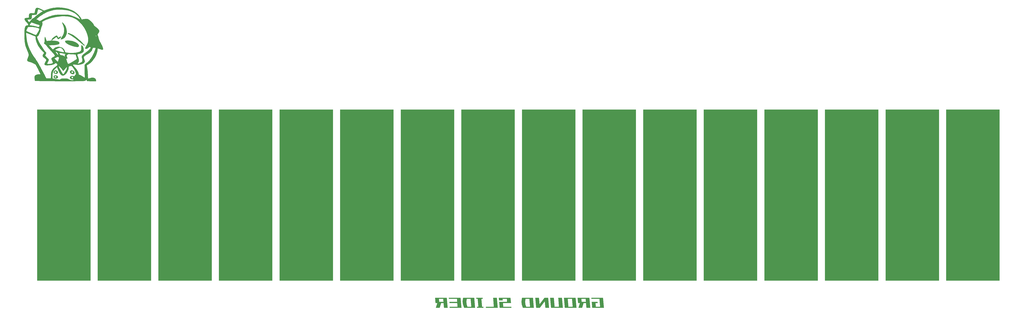
<source format=gbr>
%TF.GenerationSoftware,KiCad,Pcbnew,8.0.4*%
%TF.CreationDate,2024-12-24T01:10:10-06:00*%
%TF.ProjectId,openithm-new,6f70656e-6974-4686-9d2d-6e65772e6b69,rev?*%
%TF.SameCoordinates,Original*%
%TF.FileFunction,Legend,Bot*%
%TF.FilePolarity,Positive*%
%FSLAX46Y46*%
G04 Gerber Fmt 4.6, Leading zero omitted, Abs format (unit mm)*
G04 Created by KiCad (PCBNEW 8.0.4) date 2024-12-24 01:10:10*
%MOMM*%
%LPD*%
G01*
G04 APERTURE LIST*
%ADD10C,0.000000*%
%ADD11C,1.500000*%
%ADD12C,0.100000*%
G04 APERTURE END LIST*
D10*
G36*
X199714725Y-238062322D02*
G01*
X199726396Y-238063225D01*
X199739393Y-238068016D01*
X199753642Y-238076525D01*
X199769067Y-238088580D01*
X199785593Y-238104011D01*
X199803145Y-238122648D01*
X199841025Y-238168856D01*
X199882107Y-238225839D01*
X199925788Y-238292233D01*
X199971467Y-238366673D01*
X200018544Y-238447796D01*
X200066415Y-238534236D01*
X200114480Y-238624629D01*
X200162137Y-238717610D01*
X200208786Y-238811816D01*
X200296648Y-238998441D01*
X200336660Y-239088132D01*
X200373257Y-239173589D01*
X200388119Y-239151453D01*
X200405325Y-239129212D01*
X200424750Y-239106884D01*
X200446269Y-239084490D01*
X200495089Y-239039582D01*
X200550784Y-238994648D01*
X200612351Y-238949846D01*
X200678792Y-238905336D01*
X200749104Y-238861278D01*
X200822286Y-238817829D01*
X200973260Y-238733400D01*
X201123704Y-238653323D01*
X201265612Y-238578871D01*
X201390976Y-238511319D01*
X201410398Y-238503597D01*
X201430091Y-238498164D01*
X201449943Y-238494944D01*
X201469840Y-238493862D01*
X201489669Y-238494842D01*
X201509316Y-238497808D01*
X201528669Y-238502685D01*
X201547614Y-238509396D01*
X201566038Y-238517866D01*
X201583828Y-238528019D01*
X201600871Y-238539780D01*
X201617052Y-238553072D01*
X201632260Y-238567821D01*
X201646380Y-238583949D01*
X201659300Y-238601382D01*
X201670906Y-238620044D01*
X201681086Y-238639858D01*
X201689725Y-238660750D01*
X201696711Y-238682643D01*
X201701930Y-238705462D01*
X201705269Y-238729131D01*
X201706615Y-238753574D01*
X201705855Y-238778716D01*
X201702875Y-238804480D01*
X201697563Y-238830792D01*
X201689804Y-238857574D01*
X201679486Y-238884752D01*
X201666496Y-238912250D01*
X201650720Y-238939991D01*
X201632045Y-238967901D01*
X201610357Y-238995904D01*
X201585544Y-239023923D01*
X201420429Y-239154215D01*
X201228278Y-239296020D01*
X201020807Y-239438600D01*
X200914989Y-239506824D01*
X200809734Y-239571214D01*
X200706507Y-239630427D01*
X200606772Y-239683122D01*
X200511995Y-239727956D01*
X200423639Y-239763586D01*
X200343169Y-239788670D01*
X200306349Y-239796838D01*
X200272049Y-239801865D01*
X200240453Y-239803585D01*
X200211744Y-239801830D01*
X200186105Y-239796431D01*
X200163719Y-239787221D01*
X200153377Y-239785580D01*
X200141422Y-239778562D01*
X200127956Y-239766514D01*
X200113078Y-239749780D01*
X200079498Y-239703641D01*
X200041494Y-239642910D01*
X199999877Y-239570354D01*
X199955459Y-239488737D01*
X199861467Y-239309386D01*
X199766012Y-239126983D01*
X199675587Y-238963654D01*
X199634290Y-238896056D01*
X199596685Y-238841524D01*
X199563585Y-238802823D01*
X199548978Y-238790274D01*
X199535801Y-238782720D01*
X199517045Y-238783910D01*
X199491867Y-238791276D01*
X199423437Y-238823340D01*
X199332898Y-238876519D01*
X199222636Y-238948420D01*
X198952498Y-239138821D01*
X198632124Y-239375406D01*
X197917068Y-239910581D01*
X197560588Y-240170896D01*
X197390967Y-240290862D01*
X197230274Y-240400846D01*
X197212445Y-240403179D01*
X197193910Y-240406993D01*
X197156086Y-240416241D01*
X197137475Y-240420267D01*
X197119518Y-240422954D01*
X197110891Y-240423576D01*
X197102555Y-240423599D01*
X197094553Y-240422936D01*
X197086926Y-240421497D01*
X197079718Y-240419196D01*
X197072970Y-240415944D01*
X197066726Y-240411652D01*
X197061027Y-240406234D01*
X197055917Y-240399601D01*
X197051437Y-240391664D01*
X197047631Y-240382336D01*
X197044540Y-240371529D01*
X197042208Y-240359154D01*
X197040676Y-240345124D01*
X197039987Y-240329351D01*
X197040183Y-240311746D01*
X197041308Y-240292221D01*
X197043403Y-240270689D01*
X197046511Y-240247061D01*
X197050674Y-240221250D01*
X197087858Y-240114461D01*
X197133397Y-240008301D01*
X197186754Y-239902959D01*
X197247390Y-239798627D01*
X197314767Y-239695496D01*
X197388346Y-239593756D01*
X197467589Y-239493598D01*
X197551958Y-239395214D01*
X197733919Y-239204530D01*
X197929922Y-239023229D01*
X198135661Y-238852839D01*
X198346827Y-238694888D01*
X198559114Y-238550902D01*
X198768216Y-238422410D01*
X198969824Y-238310937D01*
X199159633Y-238218011D01*
X199333334Y-238145159D01*
X199486621Y-238093909D01*
X199615187Y-238065787D01*
X199668854Y-238060877D01*
X199714725Y-238062322D01*
G37*
G36*
X205346844Y-236843846D02*
G01*
X206916246Y-237540820D01*
X207250203Y-237704322D01*
X207580672Y-237882043D01*
X207917589Y-238083240D01*
X208270890Y-238317173D01*
X208650510Y-238593099D01*
X209066384Y-238920275D01*
X209528447Y-239307960D01*
X210046635Y-239765412D01*
X210630883Y-240301889D01*
X211291127Y-240926649D01*
X212037301Y-241648949D01*
X212879341Y-242478047D01*
X212879341Y-242478040D01*
X212911350Y-242536982D01*
X212939175Y-242593060D01*
X212962078Y-242645771D01*
X212979324Y-242694612D01*
X212985596Y-242717423D01*
X212990178Y-242739078D01*
X212992978Y-242759514D01*
X212993903Y-242778667D01*
X212992862Y-242796475D01*
X212989764Y-242812875D01*
X212984515Y-242827804D01*
X212977024Y-242841199D01*
X212967199Y-242852997D01*
X212954948Y-242863134D01*
X212940179Y-242871549D01*
X212922800Y-242878179D01*
X212902719Y-242882959D01*
X212879844Y-242885828D01*
X212854083Y-242886722D01*
X212825344Y-242885579D01*
X212793535Y-242882335D01*
X212758564Y-242876928D01*
X212720339Y-242869294D01*
X212678769Y-242859372D01*
X212633760Y-242847097D01*
X212585222Y-242832407D01*
X212533062Y-242815238D01*
X212477188Y-242795529D01*
X210569005Y-241194478D01*
X209615988Y-240404289D01*
X208673560Y-239646903D01*
X207749128Y-238941755D01*
X207295975Y-238614842D01*
X206850097Y-238308277D01*
X206412421Y-238024489D01*
X205983872Y-237765906D01*
X205565377Y-237534957D01*
X205157860Y-237334073D01*
X205136734Y-237326686D01*
X205115640Y-237317216D01*
X205094749Y-237305821D01*
X205074232Y-237292656D01*
X205054261Y-237277880D01*
X205035006Y-237261649D01*
X205016638Y-237244120D01*
X204999330Y-237225452D01*
X204983252Y-237205800D01*
X204968576Y-237185322D01*
X204955472Y-237164175D01*
X204944112Y-237142516D01*
X204934668Y-237120503D01*
X204927310Y-237098292D01*
X204922209Y-237076041D01*
X204919537Y-237053906D01*
X204919466Y-237032046D01*
X204922166Y-237010616D01*
X204927808Y-236989774D01*
X204936564Y-236969678D01*
X204948606Y-236950484D01*
X204964103Y-236932350D01*
X204983228Y-236915432D01*
X205006152Y-236899888D01*
X205033045Y-236885875D01*
X205064080Y-236873549D01*
X205099428Y-236863069D01*
X205139259Y-236854592D01*
X205183744Y-236848273D01*
X205233056Y-236844272D01*
X205287366Y-236842744D01*
X205346844Y-236843846D01*
G37*
G36*
X200219250Y-257943309D02*
G01*
X200220914Y-258009633D01*
X200215007Y-258074484D01*
X200201824Y-258137614D01*
X200181658Y-258198774D01*
X200154803Y-258257715D01*
X200121553Y-258314188D01*
X200082202Y-258367945D01*
X200037044Y-258418737D01*
X199986373Y-258466315D01*
X199930482Y-258510431D01*
X199869666Y-258550836D01*
X199804218Y-258587282D01*
X199734433Y-258619519D01*
X199660604Y-258647298D01*
X199583026Y-258670372D01*
X199501991Y-258688492D01*
X199417794Y-258701408D01*
X199330730Y-258708873D01*
X199241091Y-258710637D01*
X199149172Y-258706452D01*
X199055267Y-258696068D01*
X198959669Y-258679239D01*
X198862673Y-258655714D01*
X198764572Y-258625244D01*
X198665661Y-258587583D01*
X198615636Y-258567373D01*
X198568078Y-258546417D01*
X198522975Y-258524693D01*
X198480314Y-258502178D01*
X198440082Y-258478848D01*
X198402265Y-258454682D01*
X198366852Y-258429657D01*
X198333828Y-258403751D01*
X198303182Y-258376940D01*
X198274900Y-258349202D01*
X198248969Y-258320514D01*
X198225377Y-258290855D01*
X198204109Y-258260200D01*
X198185155Y-258228529D01*
X198168500Y-258195817D01*
X198154132Y-258162043D01*
X198142037Y-258127183D01*
X198132204Y-258091216D01*
X198124618Y-258054118D01*
X198119267Y-258015867D01*
X198116139Y-257976441D01*
X198115220Y-257935816D01*
X198116496Y-257893971D01*
X198117456Y-257882024D01*
X198648022Y-257882024D01*
X198648383Y-257903211D01*
X198649464Y-257923775D01*
X198651263Y-257943712D01*
X198653775Y-257963019D01*
X198656998Y-257981694D01*
X198660928Y-257999732D01*
X198665562Y-258017130D01*
X198670897Y-258033886D01*
X198676930Y-258049996D01*
X198683657Y-258065456D01*
X198691075Y-258080265D01*
X198699182Y-258094417D01*
X198707973Y-258107911D01*
X198717445Y-258120742D01*
X198727596Y-258132909D01*
X198738421Y-258144406D01*
X198749919Y-258155232D01*
X198762085Y-258165383D01*
X198774916Y-258174855D01*
X198788410Y-258183647D01*
X198802562Y-258191753D01*
X198817370Y-258199171D01*
X198832830Y-258205898D01*
X198848939Y-258211931D01*
X198865695Y-258217266D01*
X198883093Y-258221901D01*
X198901130Y-258225831D01*
X198919804Y-258229054D01*
X198939111Y-258231566D01*
X198959048Y-258233364D01*
X198979611Y-258234446D01*
X199000797Y-258234807D01*
X199021984Y-258234446D01*
X199042548Y-258233364D01*
X199062485Y-258231566D01*
X199081793Y-258229054D01*
X199100467Y-258225831D01*
X199118505Y-258221901D01*
X199135904Y-258217266D01*
X199152659Y-258211931D01*
X199168769Y-258205898D01*
X199184230Y-258199171D01*
X199199038Y-258191753D01*
X199213191Y-258183647D01*
X199226684Y-258174855D01*
X199239516Y-258165383D01*
X199251682Y-258155232D01*
X199263180Y-258144406D01*
X199274006Y-258132909D01*
X199284156Y-258120742D01*
X199293629Y-258107911D01*
X199302420Y-258094417D01*
X199310526Y-258080265D01*
X199317945Y-258065456D01*
X199324672Y-258049996D01*
X199330705Y-258033886D01*
X199336040Y-258017130D01*
X199340674Y-257999732D01*
X199344604Y-257981694D01*
X199347827Y-257963019D01*
X199350339Y-257943712D01*
X199352138Y-257923775D01*
X199353219Y-257903211D01*
X199353580Y-257882024D01*
X199353219Y-257860837D01*
X199352138Y-257840274D01*
X199350339Y-257820338D01*
X199347827Y-257801031D01*
X199344604Y-257782357D01*
X199340674Y-257764320D01*
X199336040Y-257746921D01*
X199330705Y-257730166D01*
X199324672Y-257714057D01*
X199317945Y-257698596D01*
X199310526Y-257683788D01*
X199302420Y-257669636D01*
X199293629Y-257656143D01*
X199284156Y-257643311D01*
X199274006Y-257631145D01*
X199263180Y-257619648D01*
X199251682Y-257608822D01*
X199239516Y-257598672D01*
X199226684Y-257589199D01*
X199213191Y-257580408D01*
X199199038Y-257572302D01*
X199184230Y-257564884D01*
X199168769Y-257558157D01*
X199152659Y-257552124D01*
X199135904Y-257546789D01*
X199118505Y-257542155D01*
X199100467Y-257538224D01*
X199081793Y-257535002D01*
X199062485Y-257532489D01*
X199042548Y-257530691D01*
X199021984Y-257529609D01*
X199000797Y-257529248D01*
X198979611Y-257529609D01*
X198959048Y-257530691D01*
X198939111Y-257532489D01*
X198919804Y-257535002D01*
X198901130Y-257538224D01*
X198883093Y-257542155D01*
X198865695Y-257546789D01*
X198848939Y-257552124D01*
X198832830Y-257558157D01*
X198817370Y-257564884D01*
X198802562Y-257572302D01*
X198788410Y-257580408D01*
X198774916Y-257589199D01*
X198762085Y-257598672D01*
X198749919Y-257608822D01*
X198738421Y-257619648D01*
X198727596Y-257631145D01*
X198717445Y-257643311D01*
X198707973Y-257656143D01*
X198699182Y-257669636D01*
X198691075Y-257683788D01*
X198683657Y-257698596D01*
X198676930Y-257714057D01*
X198670897Y-257730166D01*
X198665562Y-257746921D01*
X198660928Y-257764320D01*
X198656998Y-257782357D01*
X198653775Y-257801031D01*
X198651263Y-257820338D01*
X198649464Y-257840274D01*
X198648383Y-257860837D01*
X198648022Y-257882024D01*
X198117456Y-257882024D01*
X198119957Y-257850882D01*
X198125587Y-257806527D01*
X198133376Y-257760883D01*
X198143308Y-257713928D01*
X198155373Y-257665639D01*
X198169556Y-257615993D01*
X198185845Y-257564969D01*
X198204227Y-257512542D01*
X198224689Y-257458692D01*
X198241013Y-257423498D01*
X198263292Y-257390673D01*
X198291178Y-257360205D01*
X198324322Y-257332085D01*
X198362375Y-257306303D01*
X198404989Y-257282850D01*
X198451814Y-257261716D01*
X198502502Y-257242892D01*
X198556705Y-257226367D01*
X198614072Y-257212132D01*
X198736906Y-257190492D01*
X198868216Y-257177896D01*
X199005210Y-257174266D01*
X199145098Y-257179524D01*
X199285089Y-257193593D01*
X199422392Y-257216395D01*
X199554219Y-257247853D01*
X199617205Y-257266803D01*
X199677776Y-257287889D01*
X199735583Y-257311100D01*
X199790276Y-257336426D01*
X199841506Y-257363858D01*
X199888926Y-257393386D01*
X199932185Y-257425000D01*
X199970936Y-257458692D01*
X200033824Y-257528362D01*
X200087083Y-257598300D01*
X200131009Y-257668258D01*
X200165895Y-257737987D01*
X200192034Y-257807237D01*
X200209721Y-257875761D01*
X200210605Y-257882024D01*
X200219250Y-257943309D01*
G37*
G36*
X200200554Y-255589964D02*
G01*
X200205481Y-255651842D01*
X200204723Y-255713629D01*
X200198384Y-255775026D01*
X200186567Y-255835731D01*
X200169376Y-255895445D01*
X200146914Y-255953867D01*
X200119285Y-256010696D01*
X200086591Y-256065633D01*
X200048936Y-256118377D01*
X200006424Y-256168628D01*
X199959157Y-256216084D01*
X199907239Y-256260447D01*
X199850774Y-256301415D01*
X199789865Y-256338688D01*
X199724615Y-256371966D01*
X199655128Y-256400949D01*
X199581506Y-256425335D01*
X199503854Y-256444825D01*
X199422274Y-256459119D01*
X199336870Y-256467915D01*
X199247745Y-256470914D01*
X199151903Y-256468466D01*
X199059574Y-256461255D01*
X198970863Y-256449476D01*
X198885872Y-256433328D01*
X198804706Y-256413007D01*
X198727467Y-256388710D01*
X198654258Y-256360634D01*
X198585184Y-256328976D01*
X198520347Y-256293934D01*
X198459852Y-256255704D01*
X198403800Y-256214482D01*
X198352296Y-256170468D01*
X198305442Y-256123856D01*
X198263343Y-256074845D01*
X198226101Y-256023631D01*
X198193821Y-255970411D01*
X198166604Y-255915383D01*
X198144556Y-255858743D01*
X198127778Y-255800688D01*
X198116375Y-255741416D01*
X198111794Y-255694806D01*
X198648022Y-255694806D01*
X198649095Y-255739866D01*
X198652268Y-255782432D01*
X198657469Y-255822492D01*
X198664627Y-255860033D01*
X198673671Y-255895041D01*
X198684531Y-255927504D01*
X198697134Y-255957410D01*
X198711411Y-255984744D01*
X198727290Y-256009495D01*
X198744699Y-256031649D01*
X198763569Y-256051193D01*
X198783827Y-256068115D01*
X198805403Y-256082401D01*
X198828226Y-256094038D01*
X198852224Y-256103015D01*
X198877327Y-256109317D01*
X198903463Y-256112932D01*
X198930562Y-256113847D01*
X198958553Y-256112048D01*
X198987363Y-256107524D01*
X199016924Y-256100261D01*
X199047162Y-256090247D01*
X199078008Y-256077467D01*
X199109389Y-256061910D01*
X199141236Y-256043563D01*
X199173477Y-256022412D01*
X199206041Y-255998445D01*
X199238857Y-255971648D01*
X199271854Y-255942010D01*
X199304961Y-255909516D01*
X199338106Y-255874154D01*
X199371220Y-255835912D01*
X199405110Y-255791600D01*
X199433988Y-255750957D01*
X199446531Y-255731866D01*
X199457801Y-255713518D01*
X199467793Y-255695854D01*
X199476499Y-255678817D01*
X199483913Y-255662349D01*
X199490029Y-255646391D01*
X199494840Y-255630885D01*
X199498340Y-255615773D01*
X199500522Y-255600996D01*
X199501380Y-255586498D01*
X199500908Y-255572219D01*
X199499098Y-255558102D01*
X199495944Y-255544088D01*
X199491441Y-255530119D01*
X199485581Y-255516137D01*
X199478358Y-255502084D01*
X199469766Y-255487902D01*
X199459798Y-255473533D01*
X199448448Y-255458918D01*
X199435708Y-255443999D01*
X199421574Y-255428719D01*
X199406038Y-255413019D01*
X199370735Y-255380126D01*
X199329747Y-255344857D01*
X199283024Y-255306745D01*
X199243956Y-255279874D01*
X199206129Y-255255486D01*
X199169542Y-255233586D01*
X199134196Y-255214176D01*
X199100089Y-255197259D01*
X199067223Y-255182839D01*
X199035597Y-255170919D01*
X199005211Y-255161501D01*
X198976066Y-255154590D01*
X198948160Y-255150189D01*
X198921495Y-255148300D01*
X198896070Y-255148928D01*
X198871886Y-255152074D01*
X198848941Y-255157743D01*
X198827237Y-255165938D01*
X198806773Y-255176661D01*
X198787549Y-255189917D01*
X198769566Y-255205708D01*
X198752822Y-255224038D01*
X198737319Y-255244910D01*
X198723057Y-255268326D01*
X198710034Y-255294291D01*
X198698252Y-255322807D01*
X198687710Y-255353878D01*
X198678408Y-255387508D01*
X198670346Y-255423698D01*
X198663525Y-255462453D01*
X198657944Y-255503775D01*
X198653603Y-255547668D01*
X198650502Y-255594136D01*
X198648642Y-255643181D01*
X198648022Y-255694806D01*
X198111794Y-255694806D01*
X198110449Y-255681123D01*
X198110104Y-255620007D01*
X198115444Y-255558263D01*
X198126571Y-255496091D01*
X198143590Y-255433686D01*
X198166603Y-255371245D01*
X198195714Y-255308965D01*
X198231025Y-255247045D01*
X198272642Y-255185679D01*
X198320666Y-255125066D01*
X198375202Y-255065403D01*
X198436352Y-255006886D01*
X198511085Y-254941770D01*
X198547577Y-254912460D01*
X198583597Y-254885310D01*
X198619229Y-254860317D01*
X198654558Y-254837479D01*
X198689667Y-254816792D01*
X198724640Y-254798253D01*
X198759562Y-254781858D01*
X198794516Y-254767604D01*
X198829586Y-254755489D01*
X198864856Y-254745508D01*
X198900411Y-254737660D01*
X198936334Y-254731939D01*
X198972709Y-254728344D01*
X199009620Y-254726871D01*
X199047151Y-254727516D01*
X199085386Y-254730277D01*
X199124409Y-254735150D01*
X199164304Y-254742132D01*
X199205156Y-254751220D01*
X199247047Y-254762411D01*
X199290062Y-254775701D01*
X199334286Y-254791087D01*
X199379801Y-254808566D01*
X199426692Y-254828134D01*
X199524937Y-254873527D01*
X199629694Y-254927240D01*
X199741634Y-254989247D01*
X199815910Y-255032295D01*
X199883365Y-255078557D01*
X199944102Y-255127732D01*
X199998224Y-255179520D01*
X200045835Y-255233620D01*
X200087039Y-255289733D01*
X200121937Y-255347557D01*
X200150635Y-255406793D01*
X200173235Y-255467139D01*
X200189840Y-255528297D01*
X200199952Y-255586498D01*
X200200554Y-255589964D01*
G37*
G36*
X208145488Y-255670459D02*
G01*
X208147861Y-255698958D01*
X208149025Y-255728264D01*
X208149010Y-255758433D01*
X208145561Y-255821577D01*
X208137745Y-255888829D01*
X208130152Y-255942466D01*
X208120618Y-255994224D01*
X208109166Y-256044082D01*
X208095818Y-256092022D01*
X208080596Y-256138023D01*
X208063524Y-256182068D01*
X208044624Y-256224136D01*
X208023918Y-256264208D01*
X208001430Y-256302265D01*
X207977181Y-256338287D01*
X207951195Y-256372255D01*
X207923494Y-256404149D01*
X207894100Y-256433950D01*
X207863037Y-256461639D01*
X207830326Y-256487197D01*
X207795991Y-256510603D01*
X207760054Y-256531839D01*
X207722537Y-256550885D01*
X207683464Y-256567722D01*
X207642856Y-256582330D01*
X207600737Y-256594691D01*
X207557129Y-256604784D01*
X207512055Y-256612590D01*
X207465537Y-256618091D01*
X207417598Y-256621266D01*
X207368260Y-256622096D01*
X207317547Y-256620561D01*
X207265480Y-256616644D01*
X207212083Y-256610323D01*
X207157377Y-256601580D01*
X207101386Y-256590395D01*
X207044132Y-256576749D01*
X206940947Y-256545484D01*
X206837116Y-256505228D01*
X206733647Y-256456910D01*
X206631547Y-256401461D01*
X206531824Y-256339811D01*
X206435486Y-256272890D01*
X206343540Y-256201628D01*
X206256995Y-256126955D01*
X206176858Y-256049802D01*
X206104136Y-255971099D01*
X206039837Y-255891776D01*
X205984970Y-255812762D01*
X205940541Y-255734989D01*
X205922556Y-255696859D01*
X205907558Y-255659387D01*
X205895674Y-255622691D01*
X205887030Y-255586885D01*
X205881750Y-255552088D01*
X205880256Y-255523927D01*
X206635683Y-255523927D01*
X206636398Y-255550971D01*
X206639335Y-255579049D01*
X206644442Y-255607953D01*
X206651668Y-255637478D01*
X206660962Y-255667416D01*
X206672270Y-255697560D01*
X206685543Y-255727705D01*
X206700727Y-255757642D01*
X206717772Y-255787166D01*
X206736626Y-255816070D01*
X206757236Y-255844147D01*
X206779552Y-255871190D01*
X206809709Y-255897662D01*
X206840556Y-255920908D01*
X206871959Y-255941008D01*
X206903782Y-255958042D01*
X206935889Y-255972093D01*
X206968144Y-255983239D01*
X207000413Y-255991563D01*
X207032558Y-255997145D01*
X207064446Y-256000065D01*
X207095939Y-256000405D01*
X207126903Y-255998245D01*
X207157201Y-255993665D01*
X207186699Y-255986748D01*
X207215260Y-255977573D01*
X207242748Y-255966220D01*
X207269029Y-255952772D01*
X207293966Y-255937308D01*
X207317423Y-255919910D01*
X207339266Y-255900658D01*
X207359358Y-255879633D01*
X207377565Y-255856915D01*
X207393749Y-255832585D01*
X207407776Y-255806725D01*
X207419509Y-255779415D01*
X207428814Y-255750735D01*
X207435554Y-255720766D01*
X207439595Y-255689590D01*
X207440799Y-255657286D01*
X207439032Y-255623936D01*
X207434158Y-255589620D01*
X207426042Y-255554419D01*
X207414547Y-255518414D01*
X207402009Y-255489426D01*
X207387620Y-255462002D01*
X207371494Y-255436153D01*
X207353743Y-255411893D01*
X207334480Y-255389235D01*
X207313819Y-255368192D01*
X207291873Y-255348777D01*
X207268754Y-255331003D01*
X207244575Y-255314882D01*
X207219451Y-255300428D01*
X207193493Y-255287653D01*
X207166814Y-255276570D01*
X207139529Y-255267193D01*
X207111749Y-255259534D01*
X207083588Y-255253607D01*
X207055159Y-255249423D01*
X207026575Y-255246996D01*
X206997949Y-255246340D01*
X206969395Y-255247466D01*
X206941024Y-255250387D01*
X206912950Y-255255118D01*
X206885286Y-255261670D01*
X206858146Y-255270056D01*
X206831642Y-255280290D01*
X206805887Y-255292384D01*
X206780994Y-255306352D01*
X206757077Y-255322206D01*
X206734248Y-255339958D01*
X206712621Y-255359623D01*
X206692308Y-255381213D01*
X206673423Y-255404740D01*
X206656078Y-255430219D01*
X206651426Y-255440395D01*
X206647388Y-255451062D01*
X206643957Y-255462194D01*
X206641126Y-255473765D01*
X206638890Y-255485750D01*
X206637242Y-255498123D01*
X206635683Y-255523927D01*
X205880256Y-255523927D01*
X205879963Y-255518414D01*
X205881390Y-255485049D01*
X205885596Y-255451167D01*
X205892462Y-255416871D01*
X205901874Y-255382265D01*
X205913714Y-255347453D01*
X205927867Y-255312537D01*
X205944216Y-255277621D01*
X205962645Y-255242808D01*
X205983038Y-255208202D01*
X206005278Y-255173907D01*
X206054836Y-255106659D01*
X206110388Y-255041891D01*
X206171005Y-254980431D01*
X206235756Y-254923104D01*
X206303711Y-254870739D01*
X206373940Y-254824161D01*
X206409616Y-254803301D01*
X206445512Y-254784198D01*
X206481511Y-254766956D01*
X206517498Y-254751677D01*
X206553355Y-254738465D01*
X206588967Y-254727423D01*
X206624217Y-254718656D01*
X206658989Y-254712265D01*
X206693167Y-254708355D01*
X206726635Y-254707028D01*
X206759212Y-254708859D01*
X206797086Y-254714228D01*
X206839766Y-254722957D01*
X206886761Y-254734864D01*
X206937580Y-254749768D01*
X206991733Y-254767488D01*
X207048728Y-254787844D01*
X207108074Y-254810655D01*
X207169281Y-254835739D01*
X207231857Y-254862916D01*
X207295311Y-254892005D01*
X207359153Y-254922826D01*
X207422892Y-254955197D01*
X207486036Y-254988938D01*
X207548095Y-255023867D01*
X207608578Y-255059804D01*
X207690678Y-255111553D01*
X207765157Y-255161261D01*
X207832246Y-255209367D01*
X207892178Y-255256311D01*
X207945185Y-255302531D01*
X207991500Y-255348467D01*
X208012221Y-255371465D01*
X208031356Y-255394558D01*
X208048934Y-255417799D01*
X208064984Y-255441243D01*
X208079536Y-255464946D01*
X208092618Y-255488962D01*
X208104260Y-255513346D01*
X208114490Y-255538154D01*
X208123338Y-255563439D01*
X208130833Y-255589257D01*
X208137004Y-255615664D01*
X208141879Y-255642712D01*
X208143775Y-255657286D01*
X208145488Y-255670459D01*
G37*
G36*
X205182259Y-240430982D02*
G01*
X205451329Y-240443811D01*
X205726497Y-240464546D01*
X206003991Y-240493111D01*
X206280037Y-240529427D01*
X206550865Y-240573417D01*
X206812700Y-240625004D01*
X207061771Y-240684110D01*
X207266444Y-240744813D01*
X207491995Y-240819158D01*
X207731187Y-240904252D01*
X207976787Y-240997200D01*
X208221561Y-241095109D01*
X208458273Y-241195084D01*
X208679689Y-241294233D01*
X208878574Y-241389661D01*
X209018862Y-241464270D01*
X209151938Y-241542322D01*
X209277722Y-241623436D01*
X209396131Y-241707231D01*
X209507087Y-241793325D01*
X209610507Y-241881338D01*
X209706312Y-241970888D01*
X209794420Y-242061595D01*
X209874750Y-242153076D01*
X209947223Y-242244952D01*
X210011757Y-242336840D01*
X210068271Y-242428360D01*
X210116685Y-242519131D01*
X210156918Y-242608771D01*
X210188889Y-242696900D01*
X210212518Y-242783136D01*
X210227723Y-242867099D01*
X210234424Y-242948406D01*
X210232541Y-243026678D01*
X210221992Y-243101532D01*
X210202697Y-243172588D01*
X210174575Y-243239465D01*
X210137545Y-243301782D01*
X210091526Y-243359156D01*
X210036438Y-243411209D01*
X209972201Y-243457557D01*
X209898732Y-243497820D01*
X209815952Y-243531618D01*
X209723780Y-243558568D01*
X209622135Y-243578290D01*
X209510936Y-243590403D01*
X209390102Y-243594525D01*
X209211746Y-243586653D01*
X209003391Y-243563795D01*
X208768940Y-243527087D01*
X208512293Y-243477667D01*
X208237354Y-243416672D01*
X207948022Y-243345237D01*
X207341789Y-243175600D01*
X206724807Y-242977851D01*
X206422040Y-242871276D01*
X206128289Y-242761085D01*
X205847458Y-242648412D01*
X205583447Y-242534397D01*
X205340159Y-242420174D01*
X205121494Y-242306882D01*
X204922893Y-242197579D01*
X204737365Y-242088120D01*
X204565171Y-241978765D01*
X204406567Y-241869772D01*
X204261813Y-241761398D01*
X204131166Y-241653903D01*
X204014885Y-241547544D01*
X203913229Y-241442581D01*
X203826456Y-241339272D01*
X203754823Y-241237874D01*
X203698591Y-241138647D01*
X203676330Y-241089928D01*
X203658017Y-241041848D01*
X203643682Y-240994440D01*
X203633359Y-240947737D01*
X203627079Y-240901769D01*
X203624875Y-240856571D01*
X203626780Y-240812173D01*
X203632825Y-240768609D01*
X203643043Y-240725910D01*
X203657467Y-240684110D01*
X203674442Y-240652120D01*
X203701900Y-240622291D01*
X203739371Y-240594613D01*
X203786383Y-240569076D01*
X203842464Y-240545671D01*
X203907142Y-240524388D01*
X204060406Y-240488150D01*
X204242402Y-240460283D01*
X204449358Y-240440710D01*
X204677501Y-240429354D01*
X204923058Y-240426137D01*
X205182259Y-240430982D01*
G37*
G36*
X202343382Y-231777189D02*
G01*
X202353310Y-231779318D01*
X202364297Y-231782822D01*
X202376305Y-231787668D01*
X202403228Y-231801237D01*
X202433768Y-231819741D01*
X202467616Y-231842896D01*
X202504461Y-231870417D01*
X202543994Y-231902022D01*
X202585903Y-231937424D01*
X202629880Y-231976340D01*
X202675613Y-232018486D01*
X202722794Y-232063577D01*
X202771111Y-232111330D01*
X202820255Y-232161460D01*
X202869916Y-232213682D01*
X202919783Y-232267714D01*
X202969547Y-232323270D01*
X203141265Y-232537545D01*
X203302524Y-232756724D01*
X203453306Y-232980334D01*
X203593591Y-233207903D01*
X203842594Y-233673035D01*
X204049377Y-234148346D01*
X204213786Y-234630066D01*
X204335665Y-235114421D01*
X204414859Y-235597639D01*
X204451214Y-236075948D01*
X204444574Y-236545575D01*
X204425082Y-236775954D01*
X204394784Y-237002747D01*
X204353659Y-237225485D01*
X204301689Y-237443693D01*
X204238854Y-237656903D01*
X204165134Y-237864641D01*
X204080511Y-238066436D01*
X203984965Y-238261817D01*
X203878476Y-238450311D01*
X203761026Y-238631449D01*
X203632594Y-238804757D01*
X203493161Y-238969765D01*
X203342709Y-239126000D01*
X203181217Y-239272992D01*
X203054450Y-239375623D01*
X202920319Y-239471432D01*
X202780969Y-239559800D01*
X202638544Y-239640106D01*
X202495189Y-239711730D01*
X202353048Y-239774053D01*
X202214267Y-239826453D01*
X202080989Y-239868311D01*
X201955359Y-239899007D01*
X201839522Y-239917921D01*
X201735622Y-239924432D01*
X201688818Y-239922843D01*
X201645804Y-239917921D01*
X201606846Y-239909588D01*
X201572212Y-239897767D01*
X201542171Y-239882380D01*
X201516991Y-239863351D01*
X201496940Y-239840600D01*
X201482286Y-239814051D01*
X201473297Y-239783627D01*
X201470241Y-239749249D01*
X201471010Y-239741509D01*
X201473290Y-239731563D01*
X201482231Y-239705324D01*
X201496752Y-239671075D01*
X201516544Y-239629360D01*
X201541297Y-239580719D01*
X201570702Y-239525697D01*
X201642222Y-239398676D01*
X201728626Y-239252638D01*
X201827431Y-239091925D01*
X201936158Y-238920876D01*
X202052326Y-238743833D01*
X202209943Y-238500393D01*
X202352497Y-238271371D01*
X202480633Y-238054648D01*
X202594997Y-237848105D01*
X202696236Y-237649625D01*
X202784994Y-237457087D01*
X202861919Y-237268373D01*
X202927656Y-237081365D01*
X202982851Y-236893943D01*
X203028150Y-236703989D01*
X203064199Y-236509384D01*
X203091643Y-236308009D01*
X203111130Y-236097746D01*
X203123304Y-235876476D01*
X203128812Y-235642079D01*
X203128300Y-235392438D01*
X203123528Y-235229468D01*
X203115759Y-235070942D01*
X203104890Y-234916344D01*
X203090817Y-234765157D01*
X203073436Y-234616863D01*
X203052645Y-234470946D01*
X203028339Y-234326890D01*
X203000417Y-234184177D01*
X202968773Y-234042291D01*
X202933306Y-233900715D01*
X202893911Y-233758933D01*
X202850486Y-233616426D01*
X202802927Y-233472679D01*
X202751130Y-233327175D01*
X202694992Y-233179397D01*
X202634411Y-233028829D01*
X202334549Y-232282485D01*
X202251178Y-232058968D01*
X202224324Y-231977388D01*
X202206668Y-231913172D01*
X202197693Y-231864252D01*
X202196884Y-231828561D01*
X202203723Y-231804032D01*
X202209849Y-231795307D01*
X202217693Y-231788598D01*
X202238278Y-231780192D01*
X202264961Y-231776747D01*
X202334553Y-231776471D01*
X202343382Y-231777189D01*
G37*
G36*
X215096698Y-230472604D02*
G01*
X215387325Y-230682858D01*
X215563374Y-230820223D01*
X215739863Y-230966527D01*
X215915163Y-231119963D01*
X216087646Y-231278722D01*
X216255685Y-231440994D01*
X216417652Y-231604972D01*
X216571920Y-231768846D01*
X216716859Y-231930809D01*
X216850843Y-232089050D01*
X216972244Y-232241762D01*
X217079434Y-232387137D01*
X217170785Y-232523364D01*
X217244670Y-232648636D01*
X217299460Y-232761144D01*
X217333528Y-232859079D01*
X217342282Y-232902017D01*
X217345245Y-232940633D01*
X217346219Y-232952872D01*
X217349108Y-232966407D01*
X217353864Y-232981188D01*
X217360438Y-232997167D01*
X217368782Y-233014297D01*
X217378848Y-233032527D01*
X217403950Y-233072098D01*
X217435356Y-233115494D01*
X217472680Y-233162326D01*
X217515532Y-233212206D01*
X217563527Y-233264749D01*
X217616276Y-233319564D01*
X217673391Y-233376267D01*
X217734486Y-233434467D01*
X217799172Y-233493779D01*
X217867061Y-233553815D01*
X217937768Y-233614186D01*
X218010902Y-233674506D01*
X218086079Y-233734387D01*
X218448430Y-234013250D01*
X218769000Y-234269478D01*
X219049005Y-234505656D01*
X219289658Y-234724367D01*
X219492173Y-234928196D01*
X219579509Y-235025337D01*
X219657766Y-235119726D01*
X219727096Y-235211687D01*
X219787650Y-235301541D01*
X219839581Y-235389613D01*
X219883041Y-235476225D01*
X219918180Y-235561700D01*
X219945151Y-235646361D01*
X219964107Y-235730531D01*
X219975197Y-235814534D01*
X219978575Y-235898691D01*
X219974392Y-235983326D01*
X219962799Y-236068762D01*
X219943950Y-236155322D01*
X219917995Y-236243329D01*
X219885086Y-236333106D01*
X219845375Y-236424976D01*
X219799014Y-236519262D01*
X219686950Y-236716372D01*
X219550106Y-236927022D01*
X219478552Y-237033713D01*
X219415885Y-237129835D01*
X219361901Y-237216811D01*
X219316391Y-237296062D01*
X219279150Y-237369008D01*
X219263565Y-237403560D01*
X219249970Y-237437070D01*
X219238339Y-237469714D01*
X219228645Y-237501670D01*
X219220863Y-237533116D01*
X219214968Y-237564229D01*
X219210933Y-237595187D01*
X219208732Y-237626168D01*
X219208341Y-237657349D01*
X219209732Y-237688907D01*
X219212880Y-237721022D01*
X219217759Y-237753869D01*
X219224343Y-237787628D01*
X219232607Y-237822474D01*
X219254070Y-237896143D01*
X219281941Y-237976298D01*
X219316013Y-238064359D01*
X219356079Y-238161748D01*
X219382718Y-238224474D01*
X219409615Y-238293143D01*
X219419292Y-238320493D01*
X219463565Y-238445622D01*
X219516689Y-238613812D01*
X219567746Y-238792336D01*
X219615495Y-238975822D01*
X219658697Y-239158895D01*
X219696111Y-239336179D01*
X219726498Y-239502301D01*
X219743378Y-239584187D01*
X219767287Y-239677002D01*
X219797810Y-239779687D01*
X219834534Y-239891184D01*
X219877047Y-240010432D01*
X219924934Y-240136372D01*
X220035177Y-240404091D01*
X220161956Y-240685866D01*
X220301965Y-240973221D01*
X220375897Y-241116343D01*
X220451895Y-241257683D01*
X220529548Y-241396179D01*
X220608440Y-241530774D01*
X220768189Y-241806348D01*
X220927318Y-242098252D01*
X221081899Y-242398010D01*
X221228005Y-242697148D01*
X221361710Y-242987191D01*
X221479084Y-243259664D01*
X221576202Y-243506092D01*
X221649135Y-243717999D01*
X221691959Y-243877637D01*
X221708718Y-243940113D01*
X221754555Y-244137266D01*
X221760852Y-244172199D01*
X221785715Y-244310132D01*
X221795501Y-244387667D01*
X221801270Y-244459382D01*
X221802904Y-244525361D01*
X221800288Y-244585688D01*
X221793305Y-244640447D01*
X221781839Y-244689721D01*
X221765774Y-244733595D01*
X221744994Y-244772154D01*
X221719381Y-244805480D01*
X221688821Y-244833657D01*
X221653197Y-244856771D01*
X221612392Y-244874904D01*
X221566290Y-244888141D01*
X221514775Y-244896565D01*
X221457730Y-244900261D01*
X221395040Y-244899313D01*
X221326588Y-244893804D01*
X221252258Y-244883818D01*
X221171933Y-244869441D01*
X221085498Y-244850754D01*
X220893830Y-244800792D01*
X220676324Y-244734603D01*
X220432049Y-244652860D01*
X220024701Y-244515881D01*
X219673577Y-244403707D01*
X219530468Y-244360539D01*
X219415058Y-244327913D01*
X219331894Y-244307277D01*
X219285522Y-244300076D01*
X219278960Y-244300999D01*
X219272505Y-244303733D01*
X219266159Y-244308230D01*
X219259926Y-244314443D01*
X219253810Y-244322322D01*
X219247813Y-244331819D01*
X219241938Y-244342886D01*
X219236190Y-244355474D01*
X219225084Y-244385021D01*
X219214521Y-244420071D01*
X219204526Y-244460236D01*
X219195125Y-244505131D01*
X219186344Y-244554366D01*
X219178210Y-244607554D01*
X219170747Y-244664308D01*
X219163981Y-244724240D01*
X219157939Y-244786962D01*
X219152647Y-244852088D01*
X219148129Y-244919228D01*
X219144413Y-244987996D01*
X219103041Y-245428998D01*
X219014360Y-245894985D01*
X218881909Y-246380352D01*
X218709228Y-246879490D01*
X218499856Y-247386793D01*
X218257334Y-247896654D01*
X217985202Y-248403466D01*
X217686999Y-248901623D01*
X217366265Y-249385517D01*
X217026540Y-249849541D01*
X216671363Y-250288089D01*
X216304276Y-250695553D01*
X215928817Y-251066328D01*
X215548526Y-251394805D01*
X215166944Y-251675378D01*
X214787609Y-251902440D01*
X214674067Y-251963286D01*
X214571325Y-252020436D01*
X214479022Y-252074331D01*
X214396796Y-252125409D01*
X214324285Y-252174110D01*
X214261127Y-252220873D01*
X214206961Y-252266137D01*
X214161425Y-252310342D01*
X214124158Y-252353927D01*
X214108512Y-252375624D01*
X214094797Y-252397330D01*
X214082968Y-252419102D01*
X214072981Y-252440993D01*
X214064789Y-252463058D01*
X214058347Y-252485353D01*
X214053611Y-252507932D01*
X214050536Y-252530850D01*
X214049183Y-252577923D01*
X214053929Y-252627012D01*
X214064411Y-252678555D01*
X214129007Y-253012349D01*
X214200838Y-253496832D01*
X214275562Y-254090869D01*
X214348839Y-254753326D01*
X214416328Y-255443069D01*
X214473688Y-256118962D01*
X214516579Y-256739871D01*
X214540661Y-257264661D01*
X214567119Y-257749732D01*
X214593578Y-258168657D01*
X214606808Y-258338846D01*
X214620037Y-258475134D01*
X214633266Y-258571735D01*
X214639881Y-258603344D01*
X214646496Y-258622861D01*
X214650725Y-258629064D01*
X214656766Y-258634454D01*
X214664571Y-258639042D01*
X214674091Y-258642843D01*
X214685277Y-258645868D01*
X214698082Y-258648131D01*
X214712456Y-258649645D01*
X214728351Y-258650422D01*
X214764512Y-258649819D01*
X214806176Y-258646426D01*
X214852955Y-258640345D01*
X214904464Y-258631680D01*
X214960313Y-258620535D01*
X215020115Y-258607013D01*
X215083483Y-258591217D01*
X215150029Y-258573251D01*
X215219365Y-258553217D01*
X215291105Y-258531220D01*
X215364860Y-258507362D01*
X215440243Y-258481748D01*
X215732228Y-258390913D01*
X216018296Y-258323101D01*
X216296664Y-258277767D01*
X216565549Y-258254371D01*
X216823169Y-258252368D01*
X217067741Y-258271217D01*
X217297481Y-258310375D01*
X217510608Y-258369299D01*
X217610383Y-258406004D01*
X217705337Y-258447447D01*
X217795246Y-258493560D01*
X217879887Y-258544275D01*
X217959038Y-258599526D01*
X218032475Y-258659243D01*
X218099975Y-258723359D01*
X218161317Y-258791806D01*
X218216276Y-258864516D01*
X218264631Y-258941422D01*
X218306158Y-259022456D01*
X218340634Y-259107549D01*
X218367837Y-259196634D01*
X218387543Y-259289644D01*
X218399530Y-259386510D01*
X218403576Y-259487164D01*
X218403576Y-259998693D01*
X216216358Y-259998693D01*
X215518863Y-259997246D01*
X214985493Y-259990424D01*
X214593510Y-259974508D01*
X214443432Y-259961976D01*
X214320175Y-259945776D01*
X214220896Y-259925441D01*
X214142752Y-259900508D01*
X214082902Y-259870510D01*
X214038503Y-259834982D01*
X214006713Y-259793460D01*
X213984690Y-259745479D01*
X213969592Y-259690573D01*
X213958576Y-259628278D01*
X213905659Y-259257855D01*
X213429409Y-259628278D01*
X213387133Y-259661930D01*
X213344828Y-259693480D01*
X213300294Y-259722995D01*
X213276504Y-259737011D01*
X213251332Y-259750544D01*
X213224503Y-259763601D01*
X213195743Y-259776193D01*
X213164775Y-259788326D01*
X213131327Y-259800011D01*
X213095121Y-259811254D01*
X213055884Y-259822065D01*
X213013340Y-259832452D01*
X212967215Y-259842424D01*
X212917234Y-259851989D01*
X212863121Y-259861155D01*
X212741402Y-259878326D01*
X212599859Y-259894005D01*
X212436291Y-259908259D01*
X212248501Y-259921157D01*
X212034288Y-259932767D01*
X211791452Y-259943155D01*
X211517794Y-259952391D01*
X211211116Y-259960541D01*
X210869217Y-259967674D01*
X210489897Y-259973857D01*
X210070958Y-259979159D01*
X209610200Y-259983647D01*
X209105423Y-259987388D01*
X207955015Y-259992905D01*
X206602139Y-259996251D01*
X205029199Y-259997969D01*
X201152744Y-259998693D01*
X196350281Y-259986290D01*
X192591268Y-259952390D01*
X190132022Y-259901953D01*
X189469909Y-259872083D01*
X189228855Y-259839940D01*
X189193146Y-259770798D01*
X189158988Y-259677884D01*
X189126690Y-259564299D01*
X189096562Y-259433145D01*
X189068916Y-259287521D01*
X189044059Y-259130529D01*
X189022304Y-258965268D01*
X189003959Y-258794839D01*
X188989334Y-258622343D01*
X188978741Y-258450881D01*
X188972488Y-258283553D01*
X188970886Y-258123459D01*
X188974244Y-257973701D01*
X188982874Y-257837379D01*
X188997084Y-257717593D01*
X189017185Y-257617444D01*
X189032517Y-257565000D01*
X189051985Y-257513531D01*
X189075491Y-257463083D01*
X189102934Y-257413701D01*
X189134214Y-257365430D01*
X189169231Y-257318315D01*
X189207884Y-257272401D01*
X189250075Y-257227734D01*
X189295701Y-257184360D01*
X189344664Y-257142322D01*
X189396863Y-257101667D01*
X189452198Y-257062439D01*
X189510570Y-257024684D01*
X189571877Y-256988447D01*
X189636019Y-256953773D01*
X189702898Y-256920708D01*
X189772412Y-256889296D01*
X189844461Y-256859583D01*
X189918946Y-256831614D01*
X189995765Y-256805435D01*
X190074820Y-256781090D01*
X190156010Y-256758625D01*
X190239234Y-256738085D01*
X190324393Y-256719514D01*
X190411386Y-256702960D01*
X190500114Y-256688466D01*
X190590476Y-256676077D01*
X190682373Y-256665840D01*
X190775703Y-256657799D01*
X190870367Y-256651999D01*
X190966265Y-256648486D01*
X191063297Y-256647305D01*
X191205028Y-256645686D01*
X191337251Y-256640966D01*
X191457072Y-256633353D01*
X191561597Y-256623052D01*
X191647932Y-256610270D01*
X191683373Y-256603014D01*
X191713182Y-256595215D01*
X191736997Y-256586899D01*
X191754455Y-256578092D01*
X191765195Y-256568821D01*
X191767933Y-256564018D01*
X191768856Y-256559110D01*
X191762961Y-256537608D01*
X191745670Y-256493756D01*
X191679283Y-256343860D01*
X191574449Y-256119136D01*
X191435922Y-255829300D01*
X191076804Y-255093153D01*
X190639965Y-254213140D01*
X189511074Y-251972997D01*
X188382191Y-251408551D01*
X188149439Y-251290764D01*
X187905939Y-251177318D01*
X187659131Y-251070900D01*
X187416458Y-250974197D01*
X187185360Y-250889897D01*
X186973280Y-250820685D01*
X186787658Y-250769250D01*
X186707095Y-250751038D01*
X186635937Y-250738278D01*
X186568844Y-250726539D01*
X186500201Y-250711337D01*
X186430524Y-250692932D01*
X186360330Y-250671580D01*
X186290137Y-250647542D01*
X186220460Y-250621074D01*
X186151816Y-250592437D01*
X186084723Y-250561887D01*
X186019697Y-250529683D01*
X185957255Y-250496084D01*
X185897913Y-250461349D01*
X185842188Y-250425734D01*
X185790598Y-250389500D01*
X185743658Y-250352904D01*
X185701886Y-250316205D01*
X185665798Y-250279660D01*
X185610010Y-250216908D01*
X185561792Y-250159634D01*
X185540562Y-250132437D01*
X185521273Y-250105873D01*
X185503942Y-250079697D01*
X185488584Y-250053663D01*
X185475215Y-250027526D01*
X185463853Y-250001039D01*
X185454512Y-249973959D01*
X185447209Y-249946039D01*
X185441960Y-249917033D01*
X185438781Y-249886697D01*
X185437689Y-249854785D01*
X185438700Y-249821051D01*
X185441829Y-249785250D01*
X185447093Y-249747136D01*
X185454508Y-249706465D01*
X185464090Y-249662990D01*
X185475856Y-249616466D01*
X185489821Y-249566647D01*
X185506001Y-249513289D01*
X185524413Y-249456146D01*
X185567998Y-249329521D01*
X185620704Y-249184810D01*
X185682659Y-249020048D01*
X185753994Y-248833272D01*
X185838019Y-248605277D01*
X185916876Y-248375215D01*
X185988706Y-248149286D01*
X186051648Y-247933692D01*
X186103841Y-247734634D01*
X186143426Y-247558313D01*
X186168541Y-247410930D01*
X186175091Y-247350029D01*
X186177326Y-247298688D01*
X186174066Y-247245109D01*
X186164476Y-247177629D01*
X186148840Y-247097229D01*
X186127442Y-247004893D01*
X186100566Y-246901600D01*
X186068496Y-246788335D01*
X185989914Y-246535810D01*
X185893968Y-246255172D01*
X185782932Y-245954277D01*
X185659080Y-245640979D01*
X185524685Y-245323132D01*
X185292779Y-244763689D01*
X185085780Y-244237550D01*
X184902553Y-243736681D01*
X184741960Y-243253046D01*
X184602865Y-242778610D01*
X184484129Y-242305335D01*
X184384618Y-241825188D01*
X184303193Y-241330132D01*
X184238718Y-240812132D01*
X184190056Y-240263152D01*
X184156070Y-239675156D01*
X184135623Y-239040109D01*
X184127579Y-238349975D01*
X184130801Y-237596719D01*
X184144184Y-236948783D01*
X184952423Y-236948783D01*
X184952492Y-236967999D01*
X184952981Y-236987856D01*
X184953900Y-237008329D01*
X184955258Y-237029396D01*
X184957065Y-237051035D01*
X184959331Y-237073223D01*
X184962065Y-237095938D01*
X184965277Y-237119156D01*
X184968977Y-237142856D01*
X184973174Y-237167015D01*
X184977878Y-237191609D01*
X185012881Y-237484028D01*
X185059460Y-237903778D01*
X185109345Y-238399596D01*
X185132945Y-238660010D01*
X185154270Y-238920217D01*
X185221806Y-239588432D01*
X185312571Y-240245098D01*
X185427469Y-240892306D01*
X185567405Y-241532151D01*
X185733282Y-242166725D01*
X185926005Y-242798121D01*
X186146478Y-243428431D01*
X186395606Y-244059750D01*
X186674293Y-244694168D01*
X186983443Y-245333780D01*
X187323960Y-245980679D01*
X187696750Y-246636957D01*
X188102716Y-247304706D01*
X188542762Y-247986021D01*
X189017793Y-248682994D01*
X189528713Y-249397717D01*
X189773281Y-249759385D01*
X190063118Y-250210763D01*
X190387267Y-250734074D01*
X190734774Y-251311541D01*
X191094684Y-251925387D01*
X191456040Y-252557837D01*
X191807888Y-253191113D01*
X192139271Y-253807439D01*
X193358560Y-256146800D01*
X193848315Y-257069260D01*
X194167744Y-257652722D01*
X194679272Y-258587583D01*
X196795940Y-258587583D01*
X196826696Y-257388135D01*
X197589687Y-257388135D01*
X197589687Y-258711057D01*
X199212467Y-258922719D01*
X199851875Y-259014222D01*
X200385450Y-259099111D01*
X200596014Y-259137007D01*
X200760275Y-259170770D01*
X200871621Y-259199571D01*
X200905383Y-259211853D01*
X200923435Y-259222585D01*
X200927203Y-259225481D01*
X200931871Y-259227566D01*
X200937412Y-259228857D01*
X200943796Y-259229369D01*
X200950994Y-259229120D01*
X200958976Y-259228124D01*
X200967714Y-259226399D01*
X200977179Y-259223960D01*
X200998173Y-259217004D01*
X201021725Y-259207388D01*
X201047603Y-259195240D01*
X201075573Y-259180689D01*
X201105404Y-259163864D01*
X201136862Y-259144895D01*
X201169716Y-259123910D01*
X201203732Y-259101039D01*
X201238679Y-259076411D01*
X201274323Y-259050155D01*
X201310433Y-259022400D01*
X201346775Y-258993276D01*
X201372016Y-258969087D01*
X201398222Y-258946109D01*
X201425534Y-258924313D01*
X201454088Y-258903670D01*
X201484026Y-258884151D01*
X201515484Y-258865727D01*
X201548602Y-258848369D01*
X201583520Y-258832047D01*
X201620375Y-258816733D01*
X201659307Y-258802398D01*
X201700455Y-258789012D01*
X201743957Y-258776547D01*
X201789953Y-258764973D01*
X201838581Y-258754262D01*
X201944289Y-258735310D01*
X202062193Y-258719458D01*
X202193404Y-258706474D01*
X202339033Y-258696126D01*
X202500190Y-258688181D01*
X202677988Y-258682406D01*
X202873536Y-258678569D01*
X203087947Y-258676437D01*
X203322330Y-258675778D01*
X203806986Y-258678741D01*
X204199864Y-258689559D01*
X204366796Y-258698818D01*
X204516674Y-258711125D01*
X204651463Y-258726843D01*
X204773126Y-258746334D01*
X204883628Y-258769959D01*
X204984930Y-258798079D01*
X205078998Y-258831057D01*
X205167795Y-258869255D01*
X205253285Y-258913033D01*
X205337431Y-258962754D01*
X205422198Y-259018780D01*
X205509548Y-259081471D01*
X205563780Y-259118774D01*
X205623628Y-259154580D01*
X205758250Y-259221514D01*
X205909563Y-259281885D01*
X206073718Y-259335306D01*
X206246864Y-259381388D01*
X206425152Y-259419745D01*
X206604732Y-259449988D01*
X206781754Y-259471731D01*
X206952369Y-259484586D01*
X207112725Y-259488164D01*
X207258974Y-259482079D01*
X207387265Y-259465942D01*
X207493749Y-259439367D01*
X207537610Y-259422044D01*
X207574575Y-259401966D01*
X207604164Y-259379084D01*
X207625894Y-259353351D01*
X207639285Y-259324717D01*
X207643856Y-259293134D01*
X207643240Y-259283317D01*
X207641410Y-259273713D01*
X207638391Y-259264329D01*
X207634210Y-259255171D01*
X207628891Y-259246245D01*
X207622462Y-259237558D01*
X207614947Y-259229117D01*
X207606373Y-259220928D01*
X207596765Y-259212997D01*
X207586150Y-259205331D01*
X207574553Y-259197936D01*
X207562000Y-259190819D01*
X207548516Y-259183986D01*
X207534129Y-259177443D01*
X207518862Y-259171198D01*
X207502744Y-259165256D01*
X207485798Y-259159625D01*
X207468051Y-259154310D01*
X207449530Y-259149318D01*
X207430259Y-259144655D01*
X207410264Y-259140328D01*
X207389572Y-259136344D01*
X207368208Y-259132708D01*
X207346198Y-259129428D01*
X207323568Y-259126509D01*
X207300344Y-259123959D01*
X207276552Y-259121783D01*
X207252217Y-259119988D01*
X207202022Y-259117568D01*
X207149967Y-259116750D01*
X207092007Y-259115421D01*
X207033966Y-259111496D01*
X206918146Y-259096217D01*
X206803514Y-259071636D01*
X206691079Y-259038477D01*
X206581847Y-258997463D01*
X206476828Y-258949318D01*
X206377027Y-258894765D01*
X206283454Y-258834528D01*
X206197115Y-258769330D01*
X206119019Y-258699894D01*
X206050173Y-258626944D01*
X205991584Y-258551204D01*
X205966452Y-258512513D01*
X205944261Y-258473397D01*
X205925139Y-258433944D01*
X205909212Y-258394246D01*
X205896604Y-258354392D01*
X205887443Y-258314475D01*
X205881854Y-258274583D01*
X205879963Y-258234807D01*
X205880527Y-258216365D01*
X205882206Y-258197444D01*
X205884977Y-258178085D01*
X205888817Y-258158325D01*
X205891934Y-258146611D01*
X206761913Y-258146611D01*
X206763136Y-258195165D01*
X206766736Y-258241523D01*
X206772610Y-258285555D01*
X206780654Y-258327133D01*
X206790765Y-258366127D01*
X206802839Y-258402408D01*
X206816774Y-258435847D01*
X206832466Y-258466314D01*
X206849812Y-258493681D01*
X206868708Y-258517819D01*
X206889051Y-258538597D01*
X206899732Y-258547686D01*
X206910737Y-258555887D01*
X206922052Y-258563184D01*
X206933664Y-258569560D01*
X206945560Y-258575000D01*
X206957728Y-258579486D01*
X206970154Y-258583004D01*
X206982826Y-258585537D01*
X206995730Y-258587069D01*
X207008854Y-258587583D01*
X207044506Y-258586613D01*
X207078686Y-258583750D01*
X207111367Y-258579066D01*
X207142523Y-258572631D01*
X207172129Y-258564516D01*
X207200159Y-258554793D01*
X207226588Y-258543533D01*
X207251388Y-258530807D01*
X207274535Y-258516685D01*
X207296002Y-258501239D01*
X207315764Y-258484540D01*
X207333795Y-258466658D01*
X207350069Y-258447666D01*
X207364560Y-258427634D01*
X207377242Y-258406632D01*
X207388090Y-258384733D01*
X207397078Y-258362007D01*
X207404179Y-258338526D01*
X207409368Y-258314359D01*
X207412620Y-258289579D01*
X207413908Y-258264256D01*
X207413206Y-258238462D01*
X207410489Y-258212268D01*
X207405731Y-258185744D01*
X207398905Y-258158961D01*
X207389987Y-258131992D01*
X207378950Y-258104906D01*
X207365769Y-258077775D01*
X207350417Y-258050669D01*
X207332869Y-258023661D01*
X207313098Y-257996821D01*
X207291080Y-257970220D01*
X207261628Y-257935182D01*
X207232814Y-257902825D01*
X207204660Y-257873143D01*
X207177184Y-257846128D01*
X207150406Y-257821774D01*
X207124344Y-257800076D01*
X207099020Y-257781026D01*
X207074451Y-257764617D01*
X207050657Y-257750845D01*
X207027657Y-257739701D01*
X207005472Y-257731180D01*
X206984120Y-257725275D01*
X206963621Y-257721980D01*
X206943993Y-257721287D01*
X206925257Y-257723192D01*
X206907432Y-257727687D01*
X206890538Y-257734766D01*
X206874592Y-257744422D01*
X206859616Y-257756649D01*
X206845628Y-257771440D01*
X206832648Y-257788789D01*
X206820694Y-257808690D01*
X206809787Y-257831136D01*
X206799946Y-257856121D01*
X206791191Y-257883637D01*
X206783539Y-257913680D01*
X206777012Y-257946241D01*
X206771628Y-257981315D01*
X206767407Y-258018896D01*
X206764368Y-258058977D01*
X206762530Y-258101550D01*
X206761913Y-258146611D01*
X205891934Y-258146611D01*
X205899613Y-258117759D01*
X205914414Y-258076056D01*
X205933040Y-258033526D01*
X205955308Y-257990479D01*
X205981039Y-257947226D01*
X206010052Y-257904077D01*
X206042165Y-257861340D01*
X206077198Y-257819327D01*
X206114969Y-257778348D01*
X206155299Y-257738712D01*
X206198006Y-257700730D01*
X206242909Y-257664711D01*
X206289828Y-257630966D01*
X206338581Y-257599805D01*
X206403167Y-257556172D01*
X206465015Y-257517810D01*
X206524692Y-257484616D01*
X206582767Y-257456487D01*
X206639809Y-257433318D01*
X206668120Y-257423562D01*
X206696386Y-257415007D01*
X206724677Y-257407641D01*
X206753065Y-257401450D01*
X206781622Y-257396423D01*
X206810417Y-257392545D01*
X206839522Y-257389804D01*
X206869009Y-257388187D01*
X206929410Y-257388273D01*
X206992187Y-257392700D01*
X207057911Y-257401364D01*
X207127148Y-257414163D01*
X207200468Y-257430993D01*
X207278439Y-257451750D01*
X207361629Y-257476331D01*
X207458773Y-257503952D01*
X207545942Y-257526974D01*
X207624327Y-257544932D01*
X207695115Y-257557361D01*
X207728032Y-257561356D01*
X207759496Y-257563795D01*
X207789654Y-257564618D01*
X207818657Y-257563769D01*
X207846651Y-257561188D01*
X207873787Y-257556819D01*
X207900212Y-257550601D01*
X207926075Y-257542479D01*
X207951524Y-257532392D01*
X207976709Y-257520284D01*
X208001778Y-257506095D01*
X208026878Y-257489769D01*
X208052160Y-257471246D01*
X208077771Y-257450469D01*
X208103860Y-257427379D01*
X208130576Y-257401919D01*
X208186481Y-257343654D01*
X208246675Y-257275208D01*
X208312347Y-257196117D01*
X208384685Y-257105916D01*
X208825664Y-256541471D01*
X208525799Y-255536054D01*
X208489302Y-255426465D01*
X208446319Y-255310055D01*
X208397394Y-255187857D01*
X208343069Y-255060906D01*
X208220389Y-254796874D01*
X208082620Y-254526227D01*
X207934102Y-254257234D01*
X207779176Y-253998163D01*
X207700666Y-253874932D01*
X207622183Y-253757282D01*
X207544268Y-253646246D01*
X207467464Y-253542859D01*
X207254729Y-253268424D01*
X207161242Y-253152729D01*
X207075274Y-253050625D01*
X206996024Y-252961544D01*
X206922692Y-252884916D01*
X206854475Y-252820174D01*
X206790573Y-252766749D01*
X206730185Y-252724073D01*
X206672511Y-252691577D01*
X206644440Y-252678969D01*
X206616748Y-252668693D01*
X206589333Y-252660678D01*
X206562096Y-252654853D01*
X206534937Y-252651146D01*
X206507755Y-252649487D01*
X206452923Y-252652028D01*
X206396798Y-252661907D01*
X206338581Y-252678555D01*
X206300818Y-252691574D01*
X206260549Y-252704153D01*
X206174042Y-252727889D01*
X206082161Y-252749558D01*
X205988006Y-252768952D01*
X205894679Y-252785867D01*
X205805278Y-252800094D01*
X205722906Y-252811428D01*
X205650661Y-252819661D01*
X205629626Y-252821736D01*
X205609505Y-252824682D01*
X205590282Y-252828546D01*
X205571940Y-252833373D01*
X205554464Y-252839207D01*
X205537838Y-252846094D01*
X205522045Y-252854079D01*
X205507069Y-252863208D01*
X205492894Y-252873525D01*
X205479504Y-252885076D01*
X205466883Y-252897906D01*
X205455014Y-252912060D01*
X205443881Y-252927583D01*
X205433469Y-252944521D01*
X205423761Y-252962919D01*
X205414741Y-252982822D01*
X205406393Y-253004276D01*
X205398701Y-253027325D01*
X205392517Y-253048970D01*
X205391648Y-253052014D01*
X205385218Y-253078390D01*
X205379395Y-253106497D01*
X205374164Y-253136380D01*
X205369507Y-253168084D01*
X205365409Y-253201656D01*
X205361854Y-253237140D01*
X205358825Y-253274580D01*
X205356307Y-253314024D01*
X205354283Y-253355514D01*
X205351652Y-253444820D01*
X205350803Y-253542859D01*
X205346468Y-253675636D01*
X205333694Y-253812360D01*
X205312826Y-253952533D01*
X205284210Y-254095659D01*
X205205114Y-254388776D01*
X205099173Y-254687733D01*
X204969151Y-254988550D01*
X204817812Y-255287248D01*
X204647922Y-255579849D01*
X204462244Y-255862372D01*
X204263544Y-256130840D01*
X204054586Y-256381272D01*
X203838134Y-256609691D01*
X203616955Y-256812116D01*
X203393811Y-256984568D01*
X203282367Y-257058311D01*
X203171469Y-257123069D01*
X203061462Y-257178344D01*
X202952692Y-257223639D01*
X202845505Y-257258457D01*
X202740246Y-257282300D01*
X202657813Y-257295520D01*
X202575842Y-257302067D01*
X202494278Y-257301883D01*
X202413065Y-257294910D01*
X202332150Y-257281090D01*
X202251477Y-257260365D01*
X202170992Y-257232676D01*
X202090639Y-257197966D01*
X202010363Y-257156176D01*
X201930110Y-257107248D01*
X201849825Y-257051124D01*
X201769452Y-256987747D01*
X201688937Y-256917057D01*
X201608226Y-256838996D01*
X201527262Y-256753507D01*
X201445991Y-256660532D01*
X201364359Y-256560012D01*
X201282310Y-256451889D01*
X201199790Y-256336104D01*
X201116743Y-256212601D01*
X201033115Y-256081320D01*
X200948850Y-255942204D01*
X200778193Y-255640233D01*
X200604331Y-255306223D01*
X200426827Y-254939708D01*
X200245240Y-254540224D01*
X200059132Y-254107305D01*
X199688717Y-253243001D01*
X198983158Y-253930913D01*
X198796007Y-254120893D01*
X198624489Y-254308082D01*
X198468112Y-254493824D01*
X198326385Y-254679463D01*
X198198817Y-254866342D01*
X198084918Y-255055805D01*
X197984197Y-255249196D01*
X197896162Y-255447857D01*
X197820323Y-255653133D01*
X197756188Y-255866367D01*
X197703267Y-256088903D01*
X197661069Y-256322084D01*
X197629103Y-256567254D01*
X197606878Y-256825757D01*
X197593903Y-257098936D01*
X197589687Y-257388135D01*
X196826696Y-257388135D01*
X196831219Y-257211751D01*
X196844564Y-256841735D01*
X196871836Y-256491485D01*
X196913733Y-256159683D01*
X196970951Y-255845012D01*
X197044189Y-255546154D01*
X197134144Y-255261791D01*
X197241515Y-254990606D01*
X197366998Y-254731280D01*
X197511291Y-254482497D01*
X197675092Y-254242937D01*
X197859098Y-254011284D01*
X198064008Y-253786220D01*
X198290519Y-253566427D01*
X198539328Y-253350587D01*
X198811133Y-253137383D01*
X199106632Y-252925496D01*
X199176034Y-252876371D01*
X200627952Y-252876371D01*
X200634286Y-252929537D01*
X200647830Y-252993298D01*
X200668608Y-253067600D01*
X200696647Y-253152392D01*
X200774609Y-253353241D01*
X200881923Y-253595431D01*
X201018796Y-253878549D01*
X201185435Y-254202182D01*
X201382046Y-254565915D01*
X201716257Y-255177522D01*
X201995276Y-255668619D01*
X202225100Y-256047683D01*
X202323436Y-256197850D01*
X202411721Y-256323187D01*
X202490704Y-256424753D01*
X202561135Y-256503607D01*
X202623763Y-256560808D01*
X202679337Y-256597417D01*
X202728606Y-256614492D01*
X202751111Y-256616036D01*
X202772320Y-256613093D01*
X202811229Y-256594279D01*
X202846081Y-256559110D01*
X203158791Y-256107836D01*
X203446078Y-255670825D01*
X203704012Y-255254072D01*
X203928666Y-254863571D01*
X204116113Y-254505316D01*
X204194657Y-254340155D01*
X204262425Y-254185302D01*
X204318929Y-254041508D01*
X204363675Y-253909523D01*
X204396175Y-253790094D01*
X204415935Y-253683972D01*
X204521770Y-253048970D01*
X203675106Y-254001470D01*
X203068770Y-254698206D01*
X202873916Y-254924204D01*
X202817313Y-254992142D01*
X202793163Y-255024526D01*
X202788575Y-255026090D01*
X202781467Y-255024224D01*
X202771905Y-255019012D01*
X202759952Y-255010539D01*
X202729136Y-254984141D01*
X202689534Y-254945702D01*
X202641665Y-254895894D01*
X202586044Y-254835390D01*
X202523188Y-254764860D01*
X202453614Y-254684977D01*
X202296380Y-254499837D01*
X202118475Y-254285344D01*
X201924034Y-254046874D01*
X201717190Y-253789800D01*
X201485920Y-253508612D01*
X201281728Y-253273313D01*
X201104822Y-253083489D01*
X201026666Y-253005501D01*
X200955408Y-252938726D01*
X200891075Y-252883114D01*
X200833693Y-252838612D01*
X200783287Y-252805169D01*
X200739883Y-252782733D01*
X200703507Y-252771252D01*
X200674185Y-252770675D01*
X200651942Y-252780950D01*
X200636805Y-252802026D01*
X200628800Y-252833850D01*
X200627952Y-252876371D01*
X199176034Y-252876371D01*
X199262910Y-252814878D01*
X199334244Y-252760908D01*
X199401050Y-252707800D01*
X199463334Y-252655532D01*
X199521102Y-252604081D01*
X199574362Y-252553425D01*
X199623120Y-252503540D01*
X199667382Y-252454405D01*
X199707155Y-252405996D01*
X199742444Y-252358292D01*
X199773257Y-252311269D01*
X199799600Y-252264905D01*
X199821480Y-252219177D01*
X199838902Y-252174063D01*
X199846210Y-252148979D01*
X207398069Y-252148979D01*
X207404907Y-252191790D01*
X207419545Y-252239133D01*
X207441947Y-252291087D01*
X207472079Y-252347735D01*
X207509903Y-252409156D01*
X207555385Y-252475432D01*
X207669181Y-252622869D01*
X207813182Y-252790693D01*
X207987104Y-252979549D01*
X208190662Y-253190083D01*
X208383756Y-253396086D01*
X208572069Y-253609453D01*
X208754543Y-253828453D01*
X208930118Y-254051355D01*
X209097734Y-254276427D01*
X209256334Y-254501939D01*
X209404856Y-254726158D01*
X209542242Y-254947355D01*
X209667432Y-255163798D01*
X209779368Y-255373755D01*
X209876989Y-255575496D01*
X209959236Y-255767288D01*
X210025050Y-255947402D01*
X210073372Y-256114106D01*
X210103142Y-256265668D01*
X210113300Y-256400357D01*
X210114764Y-256454747D01*
X210119226Y-256505572D01*
X210122613Y-256529695D01*
X210124724Y-256541471D01*
X210126788Y-256552985D01*
X210131764Y-256575461D01*
X210137554Y-256597143D01*
X210144171Y-256618049D01*
X210151627Y-256638200D01*
X210159936Y-256657614D01*
X210169111Y-256676311D01*
X210179164Y-256694311D01*
X210190109Y-256711632D01*
X210201958Y-256728294D01*
X210214724Y-256744317D01*
X210228421Y-256759720D01*
X210243060Y-256774522D01*
X210258656Y-256788742D01*
X210275220Y-256802401D01*
X210292767Y-256815517D01*
X210311308Y-256828110D01*
X210330856Y-256840199D01*
X210351426Y-256851803D01*
X210395678Y-256873636D01*
X210444167Y-256893764D01*
X210496997Y-256912342D01*
X210554272Y-256929524D01*
X210605208Y-256942887D01*
X210664929Y-256962839D01*
X210732712Y-256988940D01*
X210807832Y-257020751D01*
X210889567Y-257057833D01*
X210977193Y-257099747D01*
X211167224Y-257196313D01*
X211372138Y-257306935D01*
X211586146Y-257428100D01*
X211803463Y-257556293D01*
X212018299Y-257688001D01*
X212906052Y-258264256D01*
X213023716Y-258340634D01*
X212970798Y-255236196D01*
X212900242Y-252114110D01*
X214064411Y-251091054D01*
X214330540Y-250852063D01*
X214592716Y-250598783D01*
X214850293Y-250332223D01*
X215102625Y-250053389D01*
X215349065Y-249763291D01*
X215588969Y-249462934D01*
X215821689Y-249153328D01*
X216046581Y-248835479D01*
X216262997Y-248510395D01*
X216470293Y-248179085D01*
X216667822Y-247842555D01*
X216854938Y-247501814D01*
X217030995Y-247157869D01*
X217195348Y-246811728D01*
X217347350Y-246464398D01*
X217486355Y-246116887D01*
X217775158Y-245365306D01*
X217981072Y-244810508D01*
X218053397Y-244597601D01*
X218105543Y-244422727D01*
X218137690Y-244282167D01*
X218150020Y-244172199D01*
X218148809Y-244127525D01*
X218142712Y-244089103D01*
X218131750Y-244056469D01*
X218115948Y-244029158D01*
X218095326Y-244006704D01*
X218069908Y-243988643D01*
X218039717Y-243974510D01*
X218004774Y-243963838D01*
X217920727Y-243951022D01*
X217817946Y-243946474D01*
X217556911Y-243947301D01*
X217441582Y-243947861D01*
X217339560Y-243950126D01*
X217249681Y-243954975D01*
X217170784Y-243963286D01*
X217135090Y-243969015D01*
X217101706Y-243975938D01*
X217070485Y-243984167D01*
X217041283Y-243993810D01*
X217013954Y-244004978D01*
X216988354Y-244017779D01*
X216964336Y-244032325D01*
X216941755Y-244048725D01*
X216920466Y-244067089D01*
X216900323Y-244087526D01*
X216881182Y-244110146D01*
X216862897Y-244135060D01*
X216845322Y-244162376D01*
X216828313Y-244192205D01*
X216811723Y-244224657D01*
X216795408Y-244259842D01*
X216763020Y-244338847D01*
X216729986Y-244430099D01*
X216695144Y-244534477D01*
X216657329Y-244652860D01*
X216604244Y-244811372D01*
X216537749Y-244969291D01*
X216458076Y-245126434D01*
X216365459Y-245282621D01*
X216260129Y-245437672D01*
X216142320Y-245591405D01*
X216012263Y-245743639D01*
X215870191Y-245894194D01*
X215716338Y-246042888D01*
X215550934Y-246189541D01*
X215374213Y-246333973D01*
X215186408Y-246476001D01*
X214987751Y-246615446D01*
X214778474Y-246752126D01*
X214558810Y-246885861D01*
X214328991Y-247016469D01*
X214123345Y-247128069D01*
X213929844Y-247237886D01*
X213748641Y-247345791D01*
X213579892Y-247451654D01*
X213423752Y-247555348D01*
X213280376Y-247656741D01*
X213149919Y-247755706D01*
X213032536Y-247852113D01*
X212928383Y-247945832D01*
X212837613Y-248036735D01*
X212760383Y-248124693D01*
X212696846Y-248209576D01*
X212647159Y-248291254D01*
X212611477Y-248369600D01*
X212589953Y-248444483D01*
X212582744Y-248515775D01*
X212584174Y-248549378D01*
X212588395Y-248590293D01*
X212595302Y-248637978D01*
X212604793Y-248691889D01*
X212631114Y-248816223D01*
X212666530Y-248958954D01*
X212710213Y-249115740D01*
X212761338Y-249282242D01*
X212819077Y-249454117D01*
X212850168Y-249540714D01*
X212882603Y-249627027D01*
X212969420Y-249881997D01*
X213003527Y-249989600D01*
X213031433Y-250085911D01*
X213053137Y-250172405D01*
X213068641Y-250250552D01*
X213077942Y-250321827D01*
X213081043Y-250387701D01*
X213077942Y-250449648D01*
X213068641Y-250509141D01*
X213053137Y-250567651D01*
X213031433Y-250626653D01*
X213003527Y-250687618D01*
X212969420Y-250752019D01*
X212929112Y-250821330D01*
X212882603Y-250897023D01*
X212820998Y-250983465D01*
X212752121Y-251067452D01*
X212676241Y-251148907D01*
X212593630Y-251227752D01*
X212504559Y-251303910D01*
X212409300Y-251377304D01*
X212308124Y-251447855D01*
X212201303Y-251515486D01*
X212089107Y-251580121D01*
X211971808Y-251641680D01*
X211722986Y-251755265D01*
X211457007Y-251855621D01*
X211176042Y-251942127D01*
X210882262Y-252014164D01*
X210577836Y-252071112D01*
X210264935Y-252112350D01*
X209945730Y-252137258D01*
X209622390Y-252145217D01*
X209297087Y-252135606D01*
X208971991Y-252107804D01*
X208649273Y-252061192D01*
X208378441Y-252014378D01*
X208141224Y-251980199D01*
X207937339Y-251959301D01*
X207766501Y-251952329D01*
X207693386Y-251954267D01*
X207628426Y-251959930D01*
X207571585Y-251969397D01*
X207522829Y-251982749D01*
X207482121Y-252000068D01*
X207449427Y-252021433D01*
X207429314Y-252042177D01*
X207424710Y-252046926D01*
X207407935Y-252076628D01*
X207399067Y-252110618D01*
X207398069Y-252148979D01*
X199846210Y-252148979D01*
X199851874Y-252129540D01*
X199860402Y-252085586D01*
X199864492Y-252042177D01*
X199864151Y-251999292D01*
X199859384Y-251956907D01*
X199850200Y-251915000D01*
X199836604Y-251873549D01*
X199818602Y-251832530D01*
X199796201Y-251791922D01*
X199769408Y-251751701D01*
X199738229Y-251711845D01*
X199702670Y-251672331D01*
X199662738Y-251633138D01*
X199618439Y-251594241D01*
X199569780Y-251555619D01*
X199516768Y-251517249D01*
X199459408Y-251479108D01*
X199390441Y-251432608D01*
X199328529Y-251392362D01*
X199272869Y-251358419D01*
X199222662Y-251330833D01*
X199199352Y-251319440D01*
X199177105Y-251309654D01*
X199155820Y-251301484D01*
X199135398Y-251294936D01*
X199115738Y-251290015D01*
X199096740Y-251286728D01*
X199078303Y-251285082D01*
X199060329Y-251285083D01*
X199042717Y-251286738D01*
X199025366Y-251290052D01*
X199008177Y-251295034D01*
X198991049Y-251301688D01*
X198973882Y-251310022D01*
X198956577Y-251320042D01*
X198939032Y-251331754D01*
X198921148Y-251345165D01*
X198902826Y-251360281D01*
X198883963Y-251377109D01*
X198844220Y-251415926D01*
X198801118Y-251461668D01*
X198753857Y-251514386D01*
X198715418Y-251553760D01*
X198672893Y-251592495D01*
X198626331Y-251630571D01*
X198575780Y-251667968D01*
X198462906Y-251740651D01*
X198334658Y-251810389D01*
X198191424Y-251877026D01*
X198033591Y-251940407D01*
X197861547Y-252000378D01*
X197675680Y-252056783D01*
X197476377Y-252109467D01*
X197264025Y-252158275D01*
X197039013Y-252203053D01*
X196801728Y-252243644D01*
X196552557Y-252279895D01*
X196291888Y-252311650D01*
X196020108Y-252338753D01*
X195737606Y-252361051D01*
X195379294Y-252383909D01*
X195058061Y-252392609D01*
X194773362Y-252386632D01*
X194524657Y-252365462D01*
X194413631Y-252349018D01*
X194311401Y-252328583D01*
X194217897Y-252304090D01*
X194133053Y-252275477D01*
X194056799Y-252242677D01*
X193989069Y-252205628D01*
X193929795Y-252164263D01*
X193878908Y-252118519D01*
X193836341Y-252068330D01*
X193802026Y-252013633D01*
X193775896Y-251954363D01*
X193757882Y-251890454D01*
X193747916Y-251821843D01*
X193745932Y-251748465D01*
X193751860Y-251670255D01*
X193765633Y-251587149D01*
X193787184Y-251499081D01*
X193816444Y-251405988D01*
X193853345Y-251307806D01*
X193897821Y-251204468D01*
X194009222Y-250982070D01*
X194150104Y-250738278D01*
X194239951Y-250590964D01*
X194323184Y-250442824D01*
X194398149Y-250297991D01*
X194463193Y-250160601D01*
X194516661Y-250034786D01*
X194538537Y-249977512D01*
X194556900Y-249924682D01*
X194571542Y-249876813D01*
X194582256Y-249834422D01*
X194588836Y-249798025D01*
X194591076Y-249768140D01*
X194589897Y-249752492D01*
X194586403Y-249735355D01*
X194580655Y-249716791D01*
X194572713Y-249696860D01*
X194562640Y-249675625D01*
X194550497Y-249653146D01*
X194520245Y-249604703D01*
X194482448Y-249552023D01*
X194437597Y-249495597D01*
X194386184Y-249435914D01*
X194328698Y-249373467D01*
X194265631Y-249308747D01*
X194197475Y-249242243D01*
X194124719Y-249174448D01*
X194047854Y-249105851D01*
X193967373Y-249036944D01*
X193883765Y-248968218D01*
X193797521Y-248900164D01*
X193709133Y-248833272D01*
X193534019Y-248697536D01*
X193378955Y-248567587D01*
X193308877Y-248504525D01*
X193243735Y-248442600D01*
X193183502Y-248381708D01*
X193128152Y-248321746D01*
X193077660Y-248262612D01*
X193031999Y-248204200D01*
X192991145Y-248146409D01*
X192955070Y-248089134D01*
X192923750Y-248032273D01*
X192897158Y-247975722D01*
X192875269Y-247919377D01*
X192858056Y-247863136D01*
X192845494Y-247806895D01*
X192837558Y-247750551D01*
X192834220Y-247693999D01*
X192835456Y-247637138D01*
X192841239Y-247579863D01*
X192851545Y-247522072D01*
X192866346Y-247463660D01*
X192885617Y-247404525D01*
X192909332Y-247344563D01*
X192937465Y-247283670D01*
X192969991Y-247221745D01*
X193006884Y-247158682D01*
X193048118Y-247094379D01*
X193093666Y-247028732D01*
X193143504Y-246961639D01*
X193197605Y-246892995D01*
X193550381Y-246434384D01*
X192527325Y-245323132D01*
X192309284Y-245078981D01*
X192082769Y-244815191D01*
X191854188Y-244540239D01*
X191629947Y-244262599D01*
X191416454Y-243990746D01*
X191220118Y-243733155D01*
X191047345Y-243498302D01*
X190904545Y-243294660D01*
X190769321Y-243069631D01*
X190635518Y-242826438D01*
X190504144Y-242568001D01*
X190376207Y-242297238D01*
X190252713Y-242017071D01*
X190134671Y-241730418D01*
X190023089Y-241440199D01*
X189918974Y-241149334D01*
X189823334Y-240860743D01*
X189737176Y-240577345D01*
X189661508Y-240302060D01*
X189597339Y-240037809D01*
X189545675Y-239787510D01*
X189507525Y-239554083D01*
X189483896Y-239340448D01*
X189475796Y-239149526D01*
X189474943Y-239054182D01*
X189472282Y-238966384D01*
X189467657Y-238885820D01*
X189460914Y-238812181D01*
X189451897Y-238745156D01*
X189440451Y-238684436D01*
X189436331Y-238668365D01*
X190207120Y-238668365D01*
X190207350Y-238686390D01*
X190209865Y-238725498D01*
X190215152Y-238768836D01*
X190223246Y-238816590D01*
X190234181Y-238868943D01*
X190247995Y-238926080D01*
X190264721Y-238988184D01*
X190284397Y-239055439D01*
X190307056Y-239128030D01*
X190332736Y-239206140D01*
X190361471Y-239289954D01*
X190393297Y-239379656D01*
X190428249Y-239475430D01*
X190466363Y-239577460D01*
X190552220Y-239801025D01*
X190651150Y-240051823D01*
X190763439Y-240331326D01*
X190883484Y-240599915D01*
X191041665Y-240917339D01*
X191451356Y-241665821D01*
X191950343Y-242511041D01*
X192496460Y-243387266D01*
X193047537Y-244228765D01*
X193561408Y-244969805D01*
X193995904Y-245544653D01*
X194170209Y-245749214D01*
X194308857Y-245887578D01*
X194342448Y-245914653D01*
X194373775Y-245942941D01*
X194402848Y-245972419D01*
X194429676Y-246003059D01*
X194454269Y-246034836D01*
X194476636Y-246067724D01*
X194496788Y-246101697D01*
X194514735Y-246136730D01*
X194530485Y-246172796D01*
X194544048Y-246209870D01*
X194555434Y-246247925D01*
X194564654Y-246286937D01*
X194571716Y-246326879D01*
X194576630Y-246367725D01*
X194579406Y-246409449D01*
X194580053Y-246452026D01*
X194578582Y-246495430D01*
X194575002Y-246539635D01*
X194569322Y-246584615D01*
X194561553Y-246630345D01*
X194551704Y-246676798D01*
X194539785Y-246723948D01*
X194525805Y-246771771D01*
X194509774Y-246820239D01*
X194491702Y-246869327D01*
X194471598Y-246919010D01*
X194449472Y-246969261D01*
X194425335Y-247020055D01*
X194371062Y-247123167D01*
X194308857Y-247228139D01*
X194259397Y-247303057D01*
X194217457Y-247370249D01*
X194199589Y-247401505D01*
X194183940Y-247431498D01*
X194170623Y-247460451D01*
X194159751Y-247488587D01*
X194151436Y-247516129D01*
X194145793Y-247543300D01*
X194142934Y-247570322D01*
X194142972Y-247597418D01*
X194146020Y-247624811D01*
X194152192Y-247652724D01*
X194161599Y-247681381D01*
X194174356Y-247711002D01*
X194190576Y-247741813D01*
X194210370Y-247774034D01*
X194233853Y-247807891D01*
X194261138Y-247843604D01*
X194292337Y-247881397D01*
X194327563Y-247921493D01*
X194366930Y-247964114D01*
X194410551Y-248009485D01*
X194458539Y-248057826D01*
X194511006Y-248109362D01*
X194629831Y-248222908D01*
X194767932Y-248351905D01*
X194926212Y-248498136D01*
X195017705Y-248584849D01*
X195106667Y-248672595D01*
X195192631Y-248760755D01*
X195275132Y-248848708D01*
X195353707Y-248935835D01*
X195427889Y-249021514D01*
X195497213Y-249105127D01*
X195561215Y-249186052D01*
X195619429Y-249263670D01*
X195671391Y-249337361D01*
X195716634Y-249406505D01*
X195754694Y-249470480D01*
X195785106Y-249528668D01*
X195807405Y-249580448D01*
X195821125Y-249625201D01*
X195824623Y-249644748D01*
X195825802Y-249662305D01*
X195823562Y-249702108D01*
X195816982Y-249748396D01*
X195806268Y-249800628D01*
X195791626Y-249858259D01*
X195773263Y-249920749D01*
X195751387Y-249987553D01*
X195726203Y-250058130D01*
X195697919Y-250131937D01*
X195666741Y-250208431D01*
X195632875Y-250287070D01*
X195596530Y-250367311D01*
X195557910Y-250448612D01*
X195517224Y-250530429D01*
X195474677Y-250612221D01*
X195430477Y-250693444D01*
X195384830Y-250773557D01*
X195290516Y-250936350D01*
X195213230Y-251081238D01*
X195181254Y-251147185D01*
X195153875Y-251208917D01*
X195131204Y-251266521D01*
X195113356Y-251320085D01*
X195100442Y-251369696D01*
X195092577Y-251415441D01*
X195089873Y-251457406D01*
X195092443Y-251495681D01*
X195100400Y-251530351D01*
X195113858Y-251561503D01*
X195132929Y-251589226D01*
X195157726Y-251613605D01*
X195188363Y-251634730D01*
X195224952Y-251652685D01*
X195267607Y-251667560D01*
X195316441Y-251679441D01*
X195371566Y-251688415D01*
X195433095Y-251694569D01*
X195501143Y-251697991D01*
X195575821Y-251698768D01*
X195657243Y-251696986D01*
X195745521Y-251692734D01*
X195943102Y-251677167D01*
X196169466Y-251652764D01*
X196425518Y-251620221D01*
X196669337Y-251588836D01*
X196885302Y-251553523D01*
X197074085Y-251513250D01*
X197158494Y-251490930D01*
X197236358Y-251466982D01*
X197307763Y-251441278D01*
X197372793Y-251413687D01*
X197431531Y-251384080D01*
X197484061Y-251352330D01*
X197530468Y-251318305D01*
X197570835Y-251281877D01*
X197605246Y-251242918D01*
X197633785Y-251201297D01*
X197656537Y-251156885D01*
X197673585Y-251109554D01*
X197685013Y-251059174D01*
X197690905Y-251005616D01*
X197691345Y-250948750D01*
X197686418Y-250888448D01*
X197676207Y-250824580D01*
X197660795Y-250757018D01*
X197640268Y-250685631D01*
X197614709Y-250610291D01*
X197548831Y-250447234D01*
X197463832Y-250266815D01*
X197360386Y-250067998D01*
X197268100Y-249889098D01*
X197190129Y-249728208D01*
X197127143Y-249583492D01*
X197101480Y-249516627D01*
X197079816Y-249453117D01*
X197062234Y-249392733D01*
X197048818Y-249335247D01*
X197039653Y-249280428D01*
X197034822Y-249228048D01*
X197034409Y-249177877D01*
X197038499Y-249129686D01*
X197047175Y-249083246D01*
X197053315Y-249062581D01*
X198524547Y-249062581D01*
X199318302Y-249856328D01*
X199479842Y-250016249D01*
X199631667Y-250163355D01*
X199770676Y-250294752D01*
X199893769Y-250407545D01*
X199997845Y-250498841D01*
X200079804Y-250565745D01*
X200111520Y-250589147D01*
X200136544Y-250605365D01*
X200154489Y-250614038D01*
X200160685Y-250615432D01*
X200164966Y-250614804D01*
X200177128Y-250582351D01*
X200199418Y-250513932D01*
X200230389Y-250413266D01*
X200268596Y-250284075D01*
X200312589Y-250130079D01*
X200360923Y-249954999D01*
X200412151Y-249762556D01*
X200464825Y-249556470D01*
X200520615Y-249338190D01*
X204221910Y-249338190D01*
X204223772Y-249368223D01*
X204227707Y-249401412D01*
X204233722Y-249437966D01*
X204241823Y-249478095D01*
X204252017Y-249522009D01*
X204264311Y-249569919D01*
X204278710Y-249622034D01*
X204295222Y-249678564D01*
X204334608Y-249805709D01*
X204382520Y-249953033D01*
X204439011Y-250122217D01*
X204504131Y-250314939D01*
X204578167Y-250543866D01*
X204653236Y-250763905D01*
X204727064Y-250969474D01*
X204797378Y-251154993D01*
X204861905Y-251314880D01*
X204918369Y-251443555D01*
X204964499Y-251535436D01*
X204982978Y-251565835D01*
X204998020Y-251584943D01*
X205020526Y-251601494D01*
X205051566Y-251611514D01*
X205090990Y-251615087D01*
X205138650Y-251612298D01*
X205194397Y-251603230D01*
X205258083Y-251587967D01*
X205408677Y-251539193D01*
X205589243Y-251466648D01*
X205798592Y-251371003D01*
X206035537Y-251252930D01*
X206298889Y-251113102D01*
X206587459Y-250952190D01*
X206900058Y-250770865D01*
X207235499Y-250569800D01*
X207592592Y-250349666D01*
X207970149Y-250111136D01*
X208366981Y-249854881D01*
X208781901Y-249581572D01*
X209213718Y-249291882D01*
X209216614Y-249287243D01*
X209218692Y-249279984D01*
X209220436Y-249257880D01*
X209219028Y-249226112D01*
X209214545Y-249185223D01*
X209207065Y-249135756D01*
X209196665Y-249078254D01*
X209183423Y-249013259D01*
X209167416Y-248941313D01*
X209148721Y-248862959D01*
X209127417Y-248778740D01*
X209103581Y-248689198D01*
X209077290Y-248594876D01*
X209048622Y-248496317D01*
X209017655Y-248394062D01*
X208984465Y-248288655D01*
X208949131Y-248180638D01*
X208613994Y-247139943D01*
X206938297Y-247069386D01*
X206283455Y-247050645D01*
X205734445Y-247025289D01*
X205350801Y-246999932D01*
X205239593Y-246989321D01*
X205192051Y-246981191D01*
X205186630Y-246980049D01*
X205180307Y-246979916D01*
X205173113Y-246980764D01*
X205165075Y-246982569D01*
X205156224Y-246985303D01*
X205146588Y-246988942D01*
X205125077Y-246998830D01*
X205100776Y-247012025D01*
X205073917Y-247028320D01*
X205044733Y-247047509D01*
X205013455Y-247069386D01*
X205008018Y-247073382D01*
X204980318Y-247093742D01*
X204945552Y-247120373D01*
X204909392Y-247149070D01*
X204872069Y-247179628D01*
X204833815Y-247211839D01*
X204794865Y-247245497D01*
X204755449Y-247280396D01*
X204715801Y-247316327D01*
X204647550Y-247379360D01*
X204588161Y-247436942D01*
X204561717Y-247464051D01*
X204537402Y-247490234D01*
X204515186Y-247515635D01*
X204495040Y-247540399D01*
X204476936Y-247564673D01*
X204460844Y-247588601D01*
X204446734Y-247612329D01*
X204434579Y-247636002D01*
X204424349Y-247659765D01*
X204416014Y-247683764D01*
X204409547Y-247708144D01*
X204404917Y-247733050D01*
X204402095Y-247758629D01*
X204401054Y-247785024D01*
X204401763Y-247812382D01*
X204404193Y-247840847D01*
X204408315Y-247870566D01*
X204414101Y-247901683D01*
X204421522Y-247934344D01*
X204430547Y-247968694D01*
X204441149Y-248004878D01*
X204453297Y-248043043D01*
X204482119Y-248125892D01*
X204516781Y-248218405D01*
X204557049Y-248321744D01*
X204661779Y-248569275D01*
X204734673Y-248745852D01*
X204736743Y-248750867D01*
X204762547Y-248820618D01*
X204780289Y-248878302D01*
X204786072Y-248903079D01*
X204789763Y-248925392D01*
X204791335Y-248945425D01*
X204790762Y-248963362D01*
X204788019Y-248979386D01*
X204783079Y-248993683D01*
X204775918Y-249006436D01*
X204766508Y-249017829D01*
X204754825Y-249028046D01*
X204740842Y-249037272D01*
X204724534Y-249045691D01*
X204705875Y-249053486D01*
X204661399Y-249067943D01*
X204607208Y-249082115D01*
X204468853Y-249115499D01*
X204409951Y-249131488D01*
X204383461Y-249139388D01*
X204358955Y-249147504D01*
X204336438Y-249156046D01*
X204315918Y-249165225D01*
X204297399Y-249175250D01*
X204280890Y-249186330D01*
X204266396Y-249198677D01*
X204253924Y-249212500D01*
X204248448Y-249220031D01*
X204243480Y-249228009D01*
X204239020Y-249236461D01*
X204235070Y-249245414D01*
X204228702Y-249264924D01*
X204224382Y-249286751D01*
X204222116Y-249311103D01*
X204221910Y-249338190D01*
X200520615Y-249338190D01*
X200545648Y-249240245D01*
X200576990Y-249110567D01*
X200602079Y-248997813D01*
X200620761Y-248900459D01*
X200632879Y-248816980D01*
X200638280Y-248745852D01*
X200636807Y-248685550D01*
X200633445Y-248658982D01*
X200628307Y-248634549D01*
X200621373Y-248612061D01*
X200612623Y-248591326D01*
X200602039Y-248572154D01*
X200589602Y-248554356D01*
X200575291Y-248537739D01*
X200559087Y-248522114D01*
X200520924Y-248493075D01*
X200474958Y-248465717D01*
X200421034Y-248438513D01*
X200358997Y-248409940D01*
X200306213Y-248388877D01*
X200253404Y-248372078D01*
X200226852Y-248365317D01*
X200200129Y-248359671D01*
X200173180Y-248355155D01*
X200145951Y-248351786D01*
X200118385Y-248349579D01*
X200090428Y-248348552D01*
X200062026Y-248348719D01*
X200033123Y-248350098D01*
X200003665Y-248352703D01*
X199973597Y-248356553D01*
X199942863Y-248361662D01*
X199911408Y-248368047D01*
X199846120Y-248384708D01*
X199777291Y-248406667D01*
X199704483Y-248434051D01*
X199627257Y-248466991D01*
X199545174Y-248505616D01*
X199457793Y-248550054D01*
X199364677Y-248600435D01*
X199265385Y-248656888D01*
X198524547Y-249062581D01*
X197053315Y-249062581D01*
X197060521Y-249038326D01*
X197078621Y-248994699D01*
X197101560Y-248952134D01*
X197129421Y-248910402D01*
X197162288Y-248869275D01*
X197200245Y-248828522D01*
X197243377Y-248787914D01*
X197291766Y-248747223D01*
X197345497Y-248706218D01*
X197404655Y-248664670D01*
X197469322Y-248622351D01*
X197615524Y-248534479D01*
X197784773Y-248440768D01*
X197977741Y-248339383D01*
X198057939Y-248296385D01*
X198133149Y-248253360D01*
X198203347Y-248210284D01*
X198268507Y-248167130D01*
X198328603Y-248123873D01*
X198383608Y-248080486D01*
X198433498Y-248036945D01*
X198478246Y-247993222D01*
X198517826Y-247949293D01*
X198552212Y-247905131D01*
X198581380Y-247860711D01*
X198605302Y-247816007D01*
X198623953Y-247770993D01*
X198637307Y-247725643D01*
X198645339Y-247679931D01*
X198647350Y-247656932D01*
X198648022Y-247633832D01*
X198646016Y-247612089D01*
X198640042Y-247586603D01*
X198630159Y-247557455D01*
X198616430Y-247524725D01*
X198577677Y-247448842D01*
X198524273Y-247359601D01*
X198456710Y-247257647D01*
X198375479Y-247143627D01*
X198281070Y-247018187D01*
X198173975Y-246881972D01*
X198054684Y-246735629D01*
X197923688Y-246579803D01*
X197781479Y-246415140D01*
X197628546Y-246242287D01*
X197465382Y-246061889D01*
X197363701Y-245951744D01*
X199160971Y-245951744D01*
X199161068Y-245965479D01*
X199162788Y-245980597D01*
X199166135Y-245997110D01*
X199171116Y-246015031D01*
X199177738Y-246034373D01*
X199186007Y-246055149D01*
X199195930Y-246077372D01*
X199207513Y-246101055D01*
X199220763Y-246126211D01*
X199235686Y-246152853D01*
X199252288Y-246180993D01*
X199270576Y-246210644D01*
X199290556Y-246241820D01*
X199312235Y-246274534D01*
X199335620Y-246308798D01*
X199360716Y-246344625D01*
X199387531Y-246382028D01*
X199416070Y-246421020D01*
X199478349Y-246503823D01*
X199547603Y-246593137D01*
X199764542Y-246860854D01*
X199853439Y-246968035D01*
X199930424Y-247058085D01*
X199996350Y-247131496D01*
X200052071Y-247188757D01*
X200098438Y-247230361D01*
X200118380Y-247245445D01*
X200136304Y-247256798D01*
X200152315Y-247264482D01*
X200166522Y-247268558D01*
X200179029Y-247269089D01*
X200189944Y-247266134D01*
X200199374Y-247259756D01*
X200207424Y-247250015D01*
X200214202Y-247236974D01*
X200219813Y-247220693D01*
X200227965Y-247178659D01*
X200232733Y-247124403D01*
X200234968Y-247058417D01*
X200235523Y-246981191D01*
X200233691Y-246942360D01*
X200228306Y-246902053D01*
X200219536Y-246860447D01*
X200207549Y-246817721D01*
X200192513Y-246774052D01*
X200174596Y-246729617D01*
X200130792Y-246639162D01*
X200077479Y-246547776D01*
X200048507Y-246504941D01*
X200941074Y-246504941D01*
X200942095Y-246513984D01*
X200945105Y-246527679D01*
X200950027Y-246545714D01*
X200956784Y-246567780D01*
X200975491Y-246622765D01*
X201000606Y-246690151D01*
X201031509Y-246767459D01*
X201067580Y-246852209D01*
X201087360Y-246896599D01*
X201108198Y-246941918D01*
X201126852Y-246981191D01*
X201130019Y-246987858D01*
X201152744Y-247034108D01*
X201179862Y-247094289D01*
X201193958Y-247122421D01*
X201208452Y-247149277D01*
X201223372Y-247174880D01*
X201238747Y-247199252D01*
X201254607Y-247222416D01*
X201270980Y-247244396D01*
X201287896Y-247265212D01*
X201305384Y-247284888D01*
X201323472Y-247303447D01*
X201342190Y-247320911D01*
X201361567Y-247337303D01*
X201381632Y-247352645D01*
X201402414Y-247366960D01*
X201423942Y-247380270D01*
X201446245Y-247392599D01*
X201469352Y-247403968D01*
X201493292Y-247414401D01*
X201518095Y-247423919D01*
X201543789Y-247432547D01*
X201570404Y-247440305D01*
X201597968Y-247447218D01*
X201626511Y-247453306D01*
X201656062Y-247458594D01*
X201686649Y-247463103D01*
X201751051Y-247469877D01*
X201819948Y-247473809D01*
X201893574Y-247475080D01*
X201951982Y-247476910D01*
X202014395Y-247482280D01*
X202080270Y-247491009D01*
X202149065Y-247502916D01*
X202220236Y-247517821D01*
X202293243Y-247535541D01*
X202367541Y-247555898D01*
X202442588Y-247578709D01*
X202517842Y-247603793D01*
X202592759Y-247630971D01*
X202666799Y-247660060D01*
X202739417Y-247690880D01*
X202810071Y-247723251D01*
X202878219Y-247756991D01*
X202943318Y-247791919D01*
X203004825Y-247827855D01*
X203569271Y-248162999D01*
X203463436Y-247651471D01*
X203451473Y-247575765D01*
X203442145Y-247507191D01*
X203435608Y-247445438D01*
X203432016Y-247390195D01*
X203431525Y-247341155D01*
X203434290Y-247298005D01*
X203436942Y-247278542D01*
X203440465Y-247260436D01*
X203444881Y-247243647D01*
X203450207Y-247228138D01*
X203456463Y-247213869D01*
X203463669Y-247200801D01*
X203471843Y-247188896D01*
X203481006Y-247178115D01*
X203491177Y-247168419D01*
X203502375Y-247159770D01*
X203514619Y-247152128D01*
X203527929Y-247145455D01*
X203542325Y-247139713D01*
X203557824Y-247134861D01*
X203592216Y-247127678D01*
X203631258Y-247123596D01*
X203675106Y-247122304D01*
X203732694Y-247121640D01*
X203783166Y-247119677D01*
X203826643Y-247116461D01*
X203863243Y-247112037D01*
X203893087Y-247106451D01*
X203916294Y-247099747D01*
X203932983Y-247091971D01*
X203943273Y-247083167D01*
X203946057Y-247078394D01*
X203947285Y-247073382D01*
X203946974Y-247068135D01*
X203945138Y-247062660D01*
X203936951Y-247051047D01*
X203922844Y-247038587D01*
X203902936Y-247025327D01*
X203877347Y-247011311D01*
X203846196Y-246996584D01*
X203809604Y-246981192D01*
X203720569Y-246948592D01*
X203611200Y-246913874D01*
X203482452Y-246877399D01*
X203335282Y-246839529D01*
X203170645Y-246800626D01*
X202989497Y-246761051D01*
X202792794Y-246721166D01*
X202581493Y-246681333D01*
X201700100Y-246527266D01*
X201411331Y-246481342D01*
X201205659Y-246454228D01*
X201069439Y-246444479D01*
X201023111Y-246445663D01*
X200989030Y-246450645D01*
X200965492Y-246459245D01*
X200950790Y-246471282D01*
X200943219Y-246486574D01*
X200941074Y-246504941D01*
X200048507Y-246504941D01*
X200016001Y-246456882D01*
X199947702Y-246367899D01*
X199873925Y-246282249D01*
X199796014Y-246201354D01*
X199715313Y-246126634D01*
X199633164Y-246059510D01*
X199550913Y-246001404D01*
X199469902Y-245953737D01*
X199430281Y-245934262D01*
X199391474Y-245917929D01*
X199353649Y-245904917D01*
X199316974Y-245895403D01*
X199281617Y-245889564D01*
X199247745Y-245887578D01*
X199231985Y-245888200D01*
X199217781Y-245890076D01*
X199205141Y-245893217D01*
X199199409Y-245895267D01*
X199194070Y-245897638D01*
X199189125Y-245900332D01*
X199184575Y-245903350D01*
X199180421Y-245906695D01*
X199176663Y-245910368D01*
X199173303Y-245914370D01*
X199170340Y-245918703D01*
X199167777Y-245923368D01*
X199165613Y-245928368D01*
X199163850Y-245933704D01*
X199162487Y-245939378D01*
X199161528Y-245945390D01*
X199160971Y-245951744D01*
X197363701Y-245951744D01*
X197292477Y-245874592D01*
X197110321Y-245681042D01*
X196919407Y-245481885D01*
X196569489Y-245108161D01*
X196452752Y-244980850D01*
X198938515Y-244980850D01*
X198939340Y-244990184D01*
X198942445Y-244998459D01*
X198947880Y-245005635D01*
X199005887Y-245038239D01*
X199110144Y-245082082D01*
X199435707Y-245197183D01*
X199881158Y-245338328D01*
X200403089Y-245492909D01*
X200958094Y-245648317D01*
X201502763Y-245791943D01*
X201993689Y-245911178D01*
X202387463Y-245993413D01*
X202521663Y-246013563D01*
X202640024Y-246027279D01*
X202742830Y-246033915D01*
X202788489Y-246034376D01*
X202830367Y-246032826D01*
X202868497Y-246029182D01*
X202902916Y-246023365D01*
X202933660Y-246015293D01*
X202960764Y-246004886D01*
X202984264Y-245992063D01*
X203004194Y-245976744D01*
X203020592Y-245958847D01*
X203033491Y-245938292D01*
X203042928Y-245914999D01*
X203048938Y-245888886D01*
X203051557Y-245859872D01*
X203050820Y-245827877D01*
X203046763Y-245792821D01*
X203039422Y-245754622D01*
X203028831Y-245713199D01*
X203015026Y-245668473D01*
X202998044Y-245620362D01*
X202977919Y-245568785D01*
X202928383Y-245454912D01*
X202866703Y-245326208D01*
X202793163Y-245182027D01*
X202719687Y-245051888D01*
X202638615Y-244926400D01*
X202550618Y-244806079D01*
X202456368Y-244691443D01*
X202356537Y-244583009D01*
X202251798Y-244481292D01*
X202142821Y-244386810D01*
X202030278Y-244300079D01*
X201914842Y-244221617D01*
X201797183Y-244151940D01*
X201677974Y-244091564D01*
X201557887Y-244041008D01*
X201497724Y-244019573D01*
X201437593Y-244000786D01*
X201377578Y-243984713D01*
X201317764Y-243971417D01*
X201258233Y-243960963D01*
X201199071Y-243953416D01*
X201140361Y-243948840D01*
X201082188Y-243947301D01*
X201022355Y-243949743D01*
X200955753Y-243956913D01*
X200883054Y-243968579D01*
X200804928Y-243984508D01*
X200722048Y-244004469D01*
X200635085Y-244028227D01*
X200544711Y-244055551D01*
X200451599Y-244086208D01*
X200356420Y-244119966D01*
X200259845Y-244156592D01*
X200162547Y-244195853D01*
X200065197Y-244237517D01*
X199968467Y-244281351D01*
X199873029Y-244327123D01*
X199779555Y-244374601D01*
X199688717Y-244423551D01*
X199601138Y-244470008D01*
X199517254Y-244516569D01*
X199437453Y-244562923D01*
X199362121Y-244608761D01*
X199291647Y-244653771D01*
X199226418Y-244697644D01*
X199166822Y-244740071D01*
X199113246Y-244780740D01*
X199066078Y-244819342D01*
X199025705Y-244855567D01*
X198992516Y-244889105D01*
X198966897Y-244919646D01*
X198949236Y-244946879D01*
X198943511Y-244959159D01*
X198939921Y-244970495D01*
X198938515Y-244980850D01*
X196452752Y-244980850D01*
X196226805Y-244734437D01*
X195900245Y-244370635D01*
X195598697Y-244026676D01*
X195331048Y-243712483D01*
X195106187Y-243437978D01*
X194933004Y-243213083D01*
X194868568Y-243122339D01*
X194820385Y-243047719D01*
X194775800Y-242984343D01*
X194728296Y-242920217D01*
X194678260Y-242855832D01*
X194626080Y-242791680D01*
X194572142Y-242728251D01*
X194516835Y-242666037D01*
X194460547Y-242605528D01*
X194403664Y-242547215D01*
X194346574Y-242491590D01*
X194289665Y-242439143D01*
X194233325Y-242390364D01*
X194177940Y-242345746D01*
X194123899Y-242305779D01*
X194071589Y-242270954D01*
X194021398Y-242241762D01*
X193973713Y-242218694D01*
X193933304Y-242200046D01*
X193894764Y-242180513D01*
X193858105Y-242160140D01*
X193823335Y-242138973D01*
X193790464Y-242117057D01*
X193759501Y-242094437D01*
X193730458Y-242071157D01*
X193703342Y-242047264D01*
X193678164Y-242022803D01*
X193654934Y-241997818D01*
X193633661Y-241972356D01*
X193614355Y-241946460D01*
X193597026Y-241920178D01*
X193581683Y-241893552D01*
X193568336Y-241866630D01*
X193556994Y-241839456D01*
X193547668Y-241812075D01*
X193540368Y-241784532D01*
X193535101Y-241756873D01*
X193531880Y-241729143D01*
X193530712Y-241701388D01*
X193531609Y-241673651D01*
X193534579Y-241645979D01*
X193539632Y-241618417D01*
X193546778Y-241591010D01*
X193556026Y-241563804D01*
X193567387Y-241536842D01*
X193580870Y-241510172D01*
X193596485Y-241483837D01*
X193614241Y-241457883D01*
X193634148Y-241432356D01*
X193656216Y-241407300D01*
X193664380Y-241399047D01*
X193672335Y-241387581D01*
X193680076Y-241372995D01*
X193687601Y-241355382D01*
X193701989Y-241311453D01*
X193715472Y-241256543D01*
X193728025Y-241191401D01*
X193739623Y-241116776D01*
X193750238Y-241033418D01*
X193759846Y-240942076D01*
X193768420Y-240843499D01*
X193775934Y-240738437D01*
X193787682Y-240511853D01*
X193794883Y-240268319D01*
X193797329Y-240013829D01*
X193800533Y-239755067D01*
X193809731Y-239511396D01*
X193824304Y-239287981D01*
X193843631Y-239089992D01*
X193867091Y-238922596D01*
X193880178Y-238851985D01*
X193894065Y-238790960D01*
X193908676Y-238740166D01*
X193923933Y-238700251D01*
X193939758Y-238671859D01*
X193956074Y-238655637D01*
X193964750Y-238652164D01*
X193974221Y-238651623D01*
X193984454Y-238653951D01*
X193995417Y-238659082D01*
X194007078Y-238666951D01*
X194019404Y-238677495D01*
X194032363Y-238690649D01*
X194045923Y-238706348D01*
X194060051Y-238724527D01*
X194074716Y-238745122D01*
X194105524Y-238793302D01*
X194138089Y-238850370D01*
X194172152Y-238915810D01*
X194207456Y-238989104D01*
X194243742Y-239069737D01*
X194280751Y-239157190D01*
X194318224Y-239250949D01*
X194355905Y-239350495D01*
X194393533Y-239455312D01*
X194430852Y-239564884D01*
X194467602Y-239678693D01*
X194576089Y-240009043D01*
X194623525Y-240145602D01*
X194667420Y-240264359D01*
X194708525Y-240366270D01*
X194747588Y-240452289D01*
X194785360Y-240523375D01*
X194822589Y-240580481D01*
X194860024Y-240624566D01*
X194879054Y-240642023D01*
X194898416Y-240656584D01*
X194918204Y-240668367D01*
X194938512Y-240677491D01*
X194959434Y-240684077D01*
X194981063Y-240688244D01*
X195003494Y-240690111D01*
X195026818Y-240689799D01*
X195076527Y-240683111D01*
X195130937Y-240669136D01*
X195190800Y-240648831D01*
X195239810Y-240632712D01*
X195306726Y-240617446D01*
X195390437Y-240603058D01*
X195489831Y-240589575D01*
X195731229Y-240565424D01*
X196022029Y-240545201D01*
X196353344Y-240529112D01*
X196716285Y-240517364D01*
X197101963Y-240510164D01*
X197501491Y-240507718D01*
X197901911Y-240511865D01*
X198276467Y-240524358D01*
X198625339Y-240545274D01*
X198948709Y-240574692D01*
X199246758Y-240612687D01*
X199519666Y-240659338D01*
X199767614Y-240714723D01*
X199990783Y-240778918D01*
X200189354Y-240852002D01*
X200363507Y-240934051D01*
X200513425Y-241025144D01*
X200639287Y-241125358D01*
X200741274Y-241234770D01*
X200819567Y-241353457D01*
X200874348Y-241481498D01*
X200905796Y-241618970D01*
X200910857Y-241674471D01*
X200909487Y-241728529D01*
X200901664Y-241781145D01*
X200887365Y-241832325D01*
X200866568Y-241882071D01*
X200839250Y-241930386D01*
X200805389Y-241977273D01*
X200764961Y-242022736D01*
X200717945Y-242066778D01*
X200664317Y-242109401D01*
X200604056Y-242150611D01*
X200537137Y-242190408D01*
X200463540Y-242228798D01*
X200383241Y-242265783D01*
X200296217Y-242301366D01*
X200202447Y-242335550D01*
X200101907Y-242368340D01*
X199994574Y-242399737D01*
X199880427Y-242429745D01*
X199759443Y-242458368D01*
X199631598Y-242485608D01*
X199496871Y-242511470D01*
X199355238Y-242535955D01*
X199206678Y-242559068D01*
X199051167Y-242580811D01*
X198888683Y-242601189D01*
X198719203Y-242620203D01*
X198542705Y-242637858D01*
X198168564Y-242669101D01*
X197766079Y-242694943D01*
X195913990Y-242800778D01*
X196831219Y-243770917D01*
X197748440Y-244741055D01*
X198154133Y-244352994D01*
X198248313Y-244267421D01*
X198345542Y-244185997D01*
X198548527Y-244035667D01*
X198761848Y-243902131D01*
X198984263Y-243785519D01*
X199214533Y-243685960D01*
X199451418Y-243603584D01*
X199693677Y-243538520D01*
X199940070Y-243490896D01*
X200189357Y-243460843D01*
X200440298Y-243448488D01*
X200691651Y-243453962D01*
X200942179Y-243477393D01*
X201190638Y-243518911D01*
X201435791Y-243578645D01*
X201676396Y-243656724D01*
X201911213Y-243753278D01*
X202068181Y-243826951D01*
X202215279Y-243902794D01*
X202352971Y-243981325D01*
X202481724Y-244063060D01*
X202602001Y-244148515D01*
X202714268Y-244238208D01*
X202818991Y-244332655D01*
X202916634Y-244432373D01*
X203007661Y-244537879D01*
X203092540Y-244649689D01*
X203171734Y-244768321D01*
X203245708Y-244894291D01*
X203314929Y-245028115D01*
X203379860Y-245170311D01*
X203440966Y-245321395D01*
X203498714Y-245481885D01*
X203536964Y-245591181D01*
X203573198Y-245688178D01*
X203608709Y-245773806D01*
X203626597Y-245812647D01*
X203644788Y-245848995D01*
X203650762Y-245859872D01*
X203663445Y-245882966D01*
X203682728Y-245914676D01*
X203702799Y-245944242D01*
X203723820Y-245971779D01*
X203745951Y-245997404D01*
X203769355Y-246021233D01*
X203794193Y-246043383D01*
X203820627Y-246063970D01*
X203848818Y-246083109D01*
X203878927Y-246100918D01*
X203911116Y-246117513D01*
X203945546Y-246133009D01*
X203982380Y-246147523D01*
X204021778Y-246161172D01*
X204063901Y-246174072D01*
X204108913Y-246186338D01*
X204208243Y-246209437D01*
X204321061Y-246231399D01*
X204448658Y-246253154D01*
X204592327Y-246275632D01*
X205084933Y-246333579D01*
X205581415Y-246375403D01*
X206078206Y-246401518D01*
X206571742Y-246412336D01*
X207058457Y-246408271D01*
X207534784Y-246389736D01*
X207997159Y-246357145D01*
X208442016Y-246310912D01*
X208865788Y-246251450D01*
X209264911Y-246179171D01*
X209635818Y-246094491D01*
X209974944Y-245997822D01*
X210278724Y-245889577D01*
X210543591Y-245770170D01*
X210765980Y-245640015D01*
X210942325Y-245499524D01*
X211005018Y-245437685D01*
X211033842Y-245407243D01*
X211061045Y-245376879D01*
X211086671Y-245346412D01*
X211110767Y-245315660D01*
X211133376Y-245284443D01*
X211154545Y-245252581D01*
X211174319Y-245219891D01*
X211192743Y-245186194D01*
X211209862Y-245151308D01*
X211225721Y-245115052D01*
X211240366Y-245077247D01*
X211253841Y-245037710D01*
X211266193Y-244996261D01*
X211277466Y-244952720D01*
X211287705Y-244906904D01*
X211296956Y-244858634D01*
X211305264Y-244807729D01*
X211312674Y-244754007D01*
X211319231Y-244697288D01*
X211324981Y-244637391D01*
X211334239Y-244507339D01*
X211340810Y-244362404D01*
X211345056Y-244201139D01*
X211347338Y-244022099D01*
X211348019Y-243823834D01*
X211349397Y-243419413D01*
X211355736Y-243111938D01*
X211361799Y-242991260D01*
X211370343Y-242890865D01*
X211381781Y-242809436D01*
X211396526Y-242745654D01*
X211414992Y-242698202D01*
X211425750Y-242680188D01*
X211437592Y-242665762D01*
X211450572Y-242654760D01*
X211464740Y-242647017D01*
X211480149Y-242642367D01*
X211496849Y-242640648D01*
X211534332Y-242645337D01*
X211577603Y-242659768D01*
X211627076Y-242682623D01*
X211683163Y-242712583D01*
X211727744Y-242738790D01*
X211772128Y-242770938D01*
X211816221Y-242808763D01*
X211859930Y-242852005D01*
X211903161Y-242900401D01*
X211945821Y-242953691D01*
X211987815Y-243011612D01*
X212029050Y-243073903D01*
X212108868Y-243210548D01*
X212184527Y-243361534D01*
X212255276Y-243524767D01*
X212320367Y-243698154D01*
X212379050Y-243879604D01*
X212430575Y-244067021D01*
X212474194Y-244258315D01*
X212509157Y-244451391D01*
X212534716Y-244644157D01*
X212550119Y-244834520D01*
X212554619Y-245020388D01*
X212547466Y-245199666D01*
X212537531Y-245330777D01*
X212526692Y-245447367D01*
X212513631Y-245551038D01*
X212497029Y-245643392D01*
X212486990Y-245685826D01*
X212475571Y-245726031D01*
X212462608Y-245764208D01*
X212447937Y-245800557D01*
X212431392Y-245835278D01*
X212412810Y-245868571D01*
X212392024Y-245900638D01*
X212368872Y-245931677D01*
X212343187Y-245961889D01*
X212314805Y-245991475D01*
X212283562Y-246020634D01*
X212249292Y-246049568D01*
X212211832Y-246078475D01*
X212171015Y-246107557D01*
X212078657Y-246167045D01*
X211970899Y-246229634D01*
X211846423Y-246296925D01*
X211703913Y-246370521D01*
X211542049Y-246452023D01*
X211341234Y-246554275D01*
X211139386Y-246648258D01*
X210942085Y-246732318D01*
X210754913Y-246804803D01*
X210583451Y-246864058D01*
X210433280Y-246908430D01*
X210367923Y-246924519D01*
X210309981Y-246936266D01*
X210260153Y-246943466D01*
X210219135Y-246945912D01*
X210072735Y-246948802D01*
X210006259Y-246952642D01*
X209944215Y-246958280D01*
X209886563Y-246965870D01*
X209833265Y-246975562D01*
X209784283Y-246987509D01*
X209739576Y-247001861D01*
X209699107Y-247018772D01*
X209662836Y-247038392D01*
X209630726Y-247060874D01*
X209602737Y-247086370D01*
X209578830Y-247115030D01*
X209558967Y-247147008D01*
X209543109Y-247182454D01*
X209531217Y-247221521D01*
X209523252Y-247264361D01*
X209519176Y-247311124D01*
X209518950Y-247361964D01*
X209522535Y-247417031D01*
X209529892Y-247476478D01*
X209540983Y-247540456D01*
X209555769Y-247609117D01*
X209574211Y-247682613D01*
X209596270Y-247761096D01*
X209621908Y-247844718D01*
X209683764Y-248027984D01*
X209759469Y-248233625D01*
X209848713Y-248462857D01*
X209941532Y-248702271D01*
X210021588Y-248931219D01*
X210088931Y-249149988D01*
X210117177Y-249257880D01*
X210143613Y-249358860D01*
X210185687Y-249558120D01*
X210215203Y-249748053D01*
X210232213Y-249928942D01*
X210236770Y-250101072D01*
X210228924Y-250264727D01*
X210208727Y-250420192D01*
X210176232Y-250567749D01*
X210131490Y-250707685D01*
X210074552Y-250840282D01*
X210005470Y-250965826D01*
X209924296Y-251084600D01*
X209831081Y-251196889D01*
X209798213Y-251233786D01*
X209769060Y-251268413D01*
X209743614Y-251300773D01*
X209721870Y-251330868D01*
X209703821Y-251358703D01*
X209689460Y-251384280D01*
X209678781Y-251407603D01*
X209671777Y-251428674D01*
X209668443Y-251447498D01*
X209668150Y-251456067D01*
X209668771Y-251464077D01*
X209670307Y-251471525D01*
X209672756Y-251478414D01*
X209676117Y-251484743D01*
X209680390Y-251490513D01*
X209685573Y-251495724D01*
X209691667Y-251500377D01*
X209698670Y-251504472D01*
X209706581Y-251508010D01*
X209725125Y-251513414D01*
X209747293Y-251516592D01*
X209773079Y-251517548D01*
X209802475Y-251516286D01*
X209835476Y-251512808D01*
X209872075Y-251507117D01*
X209912265Y-251499218D01*
X209956040Y-251489112D01*
X210003394Y-251476804D01*
X210054320Y-251462296D01*
X210108812Y-251445591D01*
X210166863Y-251426694D01*
X210228467Y-251405607D01*
X210293617Y-251382334D01*
X210434530Y-251329240D01*
X210589550Y-251267438D01*
X210818480Y-251165697D01*
X211022839Y-251064524D01*
X211116005Y-251013682D01*
X211203271Y-250962420D01*
X211284717Y-250910551D01*
X211360423Y-250857888D01*
X211430471Y-250804242D01*
X211494941Y-250749428D01*
X211553914Y-250693257D01*
X211607471Y-250635542D01*
X211655692Y-250576095D01*
X211698659Y-250514731D01*
X211736451Y-250451260D01*
X211769150Y-250385496D01*
X211796836Y-250317252D01*
X211819590Y-250246340D01*
X211837494Y-250172573D01*
X211850627Y-250095763D01*
X211859070Y-250015724D01*
X211862904Y-249932267D01*
X211862211Y-249845206D01*
X211857070Y-249754353D01*
X211847562Y-249659522D01*
X211833768Y-249560523D01*
X211815769Y-249457172D01*
X211793646Y-249349279D01*
X211737349Y-249119121D01*
X211665523Y-248868550D01*
X211618824Y-248690232D01*
X211600391Y-248605853D01*
X211585458Y-248524316D01*
X211574195Y-248445363D01*
X211566768Y-248368736D01*
X211563347Y-248294176D01*
X211564098Y-248221424D01*
X211569190Y-248150222D01*
X211578791Y-248080313D01*
X211593069Y-248011437D01*
X211612191Y-247943336D01*
X211636326Y-247875752D01*
X211665642Y-247808426D01*
X211700306Y-247741100D01*
X211740487Y-247673516D01*
X211786352Y-247605415D01*
X211838070Y-247536539D01*
X211895807Y-247466630D01*
X211959734Y-247395428D01*
X212030016Y-247322676D01*
X212106822Y-247248116D01*
X212190321Y-247171488D01*
X212280679Y-247092535D01*
X212482649Y-246926619D01*
X212714073Y-246748301D01*
X212976297Y-246555513D01*
X213270664Y-246346189D01*
X213566941Y-246130803D01*
X213868179Y-245899707D01*
X214166111Y-245660343D01*
X214452467Y-245420151D01*
X214718980Y-245186573D01*
X214957381Y-244967051D01*
X215159402Y-244769027D01*
X215316776Y-244599942D01*
X215419370Y-244480918D01*
X215509148Y-244374529D01*
X215586524Y-244279767D01*
X215651912Y-244195625D01*
X215705723Y-244121095D01*
X215748373Y-244055169D01*
X215780275Y-243996840D01*
X215792324Y-243970209D01*
X215801841Y-243945099D01*
X215808877Y-243921384D01*
X215813485Y-243898939D01*
X215815716Y-243877637D01*
X215815621Y-243857353D01*
X215813253Y-243837960D01*
X215808662Y-243819332D01*
X215801901Y-243801344D01*
X215793022Y-243783869D01*
X215782075Y-243766782D01*
X215769113Y-243749957D01*
X215737350Y-243716587D01*
X215698145Y-243682751D01*
X215651913Y-243647443D01*
X215606734Y-243616897D01*
X215584857Y-243603574D01*
X215563338Y-243591597D01*
X215542091Y-243581003D01*
X215521028Y-243571826D01*
X215500062Y-243564103D01*
X215479105Y-243557869D01*
X215458071Y-243553159D01*
X215436873Y-243550009D01*
X215415422Y-243548455D01*
X215393633Y-243548532D01*
X215371417Y-243550276D01*
X215348687Y-243553721D01*
X215325357Y-243558904D01*
X215301339Y-243565861D01*
X215276546Y-243574626D01*
X215250890Y-243585235D01*
X215224285Y-243597724D01*
X215196643Y-243612128D01*
X215167877Y-243628483D01*
X215137900Y-243646824D01*
X215106625Y-243667188D01*
X215073964Y-243689608D01*
X215039830Y-243714122D01*
X215004137Y-243740763D01*
X214927720Y-243800575D01*
X214844018Y-243869326D01*
X214752331Y-243947301D01*
X214631799Y-244047945D01*
X214509072Y-244138125D01*
X214385259Y-244217711D01*
X214261472Y-244286575D01*
X214138821Y-244344586D01*
X214018419Y-244391616D01*
X213901376Y-244427536D01*
X213788803Y-244452216D01*
X213681811Y-244465527D01*
X213630755Y-244467879D01*
X213581511Y-244467341D01*
X213534218Y-244463895D01*
X213489015Y-244457527D01*
X213446040Y-244448219D01*
X213405433Y-244435956D01*
X213367332Y-244420722D01*
X213331876Y-244402501D01*
X213299204Y-244381275D01*
X213269455Y-244357030D01*
X213242769Y-244329749D01*
X213219283Y-244299415D01*
X213199136Y-244266014D01*
X213182468Y-244229527D01*
X213178329Y-244215173D01*
X213175815Y-244198616D01*
X213174896Y-244179927D01*
X213175543Y-244159178D01*
X213181421Y-244111782D01*
X213193216Y-244056996D01*
X213210695Y-243995389D01*
X213233626Y-243927529D01*
X213261777Y-243853984D01*
X213294914Y-243775324D01*
X213332806Y-243692116D01*
X213375219Y-243604929D01*
X213421922Y-243514332D01*
X213472681Y-243420892D01*
X213527265Y-243325178D01*
X213585440Y-243227760D01*
X213646974Y-243129204D01*
X213711635Y-243030080D01*
X213854292Y-242804022D01*
X213984727Y-242581736D01*
X214103122Y-242362448D01*
X214209657Y-242145382D01*
X214304514Y-241929762D01*
X214387872Y-241714814D01*
X214459913Y-241499763D01*
X214520819Y-241283833D01*
X214570768Y-241066249D01*
X214609943Y-240846236D01*
X214638525Y-240623019D01*
X214656694Y-240395823D01*
X214664630Y-240163873D01*
X214662516Y-239926393D01*
X214650531Y-239682609D01*
X214628857Y-239431745D01*
X214538255Y-238793662D01*
X214406993Y-238197026D01*
X218227192Y-238197026D01*
X218227397Y-238202088D01*
X218228010Y-238207344D01*
X218229023Y-238212781D01*
X218230430Y-238218386D01*
X218232225Y-238224145D01*
X218234400Y-238230047D01*
X218236951Y-238236078D01*
X218239869Y-238242225D01*
X218246785Y-238254817D01*
X218255096Y-238267718D01*
X218264751Y-238280826D01*
X218275697Y-238294038D01*
X218287884Y-238307249D01*
X218301259Y-238320357D01*
X218315771Y-238333259D01*
X218331368Y-238345850D01*
X218347999Y-238358028D01*
X218365612Y-238369690D01*
X218384154Y-238380731D01*
X218403576Y-238391049D01*
X218411841Y-238395753D01*
X218420091Y-238399946D01*
X218428308Y-238403636D01*
X218436477Y-238406828D01*
X218444581Y-238409529D01*
X218452605Y-238411746D01*
X218460531Y-238413485D01*
X218468345Y-238414752D01*
X218476029Y-238415554D01*
X218483568Y-238415897D01*
X218490945Y-238415789D01*
X218498145Y-238415234D01*
X218505151Y-238414241D01*
X218511947Y-238412814D01*
X218518517Y-238410961D01*
X218524845Y-238408689D01*
X218530914Y-238406002D01*
X218536709Y-238402909D01*
X218542213Y-238399416D01*
X218547411Y-238395528D01*
X218552285Y-238391253D01*
X218556820Y-238386597D01*
X218561000Y-238381566D01*
X218564809Y-238376166D01*
X218568230Y-238370405D01*
X218571247Y-238364289D01*
X218573844Y-238357824D01*
X218576005Y-238351017D01*
X218577715Y-238343873D01*
X218578955Y-238336401D01*
X218579712Y-238328605D01*
X218579967Y-238320493D01*
X218579712Y-238310625D01*
X218578955Y-238300874D01*
X218577715Y-238291252D01*
X218576005Y-238281772D01*
X218573844Y-238272447D01*
X218571247Y-238263290D01*
X218568230Y-238254313D01*
X218564809Y-238245531D01*
X218561000Y-238236955D01*
X218556820Y-238228599D01*
X218552285Y-238220475D01*
X218547411Y-238212596D01*
X218542213Y-238204976D01*
X218536709Y-238197628D01*
X218530914Y-238190563D01*
X218524845Y-238183796D01*
X218518517Y-238177339D01*
X218511947Y-238171204D01*
X218505151Y-238165406D01*
X218498145Y-238159956D01*
X218490945Y-238154868D01*
X218483568Y-238150155D01*
X218476029Y-238145829D01*
X218468345Y-238141904D01*
X218460531Y-238138392D01*
X218452605Y-238135306D01*
X218444581Y-238132660D01*
X218436477Y-238130466D01*
X218428308Y-238128737D01*
X218420091Y-238127486D01*
X218411841Y-238126726D01*
X218403576Y-238126470D01*
X218384154Y-238126874D01*
X218365612Y-238128054D01*
X218347999Y-238129958D01*
X218331368Y-238132533D01*
X218315771Y-238135728D01*
X218301259Y-238139492D01*
X218287884Y-238143773D01*
X218275697Y-238148519D01*
X218264751Y-238153678D01*
X218255096Y-238159199D01*
X218246785Y-238165029D01*
X218239869Y-238171119D01*
X218234400Y-238177415D01*
X218230430Y-238183866D01*
X218229023Y-238187133D01*
X218228010Y-238190420D01*
X218227397Y-238193720D01*
X218227192Y-238197026D01*
X214406993Y-238197026D01*
X214394350Y-238139559D01*
X214200473Y-237474500D01*
X213959958Y-236803551D01*
X213676138Y-236131775D01*
X213352346Y-235464236D01*
X212991916Y-234805999D01*
X212598180Y-234162128D01*
X212174471Y-233537687D01*
X211724124Y-232937741D01*
X211250471Y-232367354D01*
X210756844Y-231831590D01*
X210246578Y-231335514D01*
X209723005Y-230884189D01*
X209189459Y-230482680D01*
X208649273Y-230136052D01*
X208221482Y-229902487D01*
X207771909Y-229691324D01*
X207301098Y-229502641D01*
X206809590Y-229336514D01*
X206297929Y-229193021D01*
X205766657Y-229072240D01*
X205216315Y-228974248D01*
X204647448Y-228899124D01*
X204060598Y-228846943D01*
X203456307Y-228817785D01*
X202835117Y-228811726D01*
X202197572Y-228828844D01*
X201544214Y-228869216D01*
X200875585Y-228932921D01*
X200192228Y-229020034D01*
X199494686Y-229130635D01*
X198705588Y-229277396D01*
X197947703Y-229441520D01*
X197214208Y-229625487D01*
X196498282Y-229831779D01*
X195793105Y-230062876D01*
X195091856Y-230321258D01*
X194387713Y-230609406D01*
X193673855Y-230929799D01*
X193524390Y-230997806D01*
X193386810Y-231062918D01*
X193261012Y-231125137D01*
X193146894Y-231184462D01*
X193044350Y-231240893D01*
X192953279Y-231294429D01*
X192873577Y-231345073D01*
X192805139Y-231392822D01*
X192747864Y-231437677D01*
X192701648Y-231479639D01*
X192666388Y-231518706D01*
X192641979Y-231554880D01*
X192628319Y-231588160D01*
X192625488Y-231603714D01*
X192625305Y-231618546D01*
X192627757Y-231632653D01*
X192632832Y-231646038D01*
X192640517Y-231658699D01*
X192650799Y-231670636D01*
X192676174Y-231698883D01*
X192699391Y-231730628D01*
X192720464Y-231765751D01*
X192739406Y-231804133D01*
X192756228Y-231845654D01*
X192770945Y-231890195D01*
X192783570Y-231937637D01*
X192794114Y-231987860D01*
X192802591Y-232040743D01*
X192809014Y-232096169D01*
X192815749Y-232214168D01*
X192814423Y-232340901D01*
X192805138Y-232475410D01*
X192787999Y-232616742D01*
X192763108Y-232763938D01*
X192730570Y-232916043D01*
X192690486Y-233072102D01*
X192645970Y-233221087D01*
X192642960Y-233231158D01*
X192588097Y-233392255D01*
X192525998Y-233554437D01*
X192456768Y-233716748D01*
X192378462Y-233887900D01*
X192303257Y-234067321D01*
X192232598Y-234250049D01*
X192167933Y-234431123D01*
X192110710Y-234605582D01*
X192062375Y-234768466D01*
X192024375Y-234914813D01*
X192008476Y-234990524D01*
X191998157Y-235039662D01*
X191953006Y-235302114D01*
X191891602Y-235577407D01*
X191815884Y-235861433D01*
X191727789Y-236150085D01*
X191629255Y-236439253D01*
X191522221Y-236724830D01*
X191408623Y-237002707D01*
X191290400Y-237268776D01*
X191169490Y-237518929D01*
X191047831Y-237749057D01*
X190927360Y-237955052D01*
X190810015Y-238132806D01*
X190697734Y-238278211D01*
X190592456Y-238387158D01*
X190543048Y-238426676D01*
X190496117Y-238455539D01*
X190451906Y-238473233D01*
X190410656Y-238479245D01*
X190380380Y-238480103D01*
X190352413Y-238482798D01*
X190326791Y-238487515D01*
X190314870Y-238490689D01*
X190303549Y-238494438D01*
X190292832Y-238498785D01*
X190282723Y-238503751D01*
X190273227Y-238509362D01*
X190264348Y-238515639D01*
X190256091Y-238522605D01*
X190248461Y-238530284D01*
X190241460Y-238538699D01*
X190235095Y-238547872D01*
X190229370Y-238557827D01*
X190224288Y-238568586D01*
X190219855Y-238580173D01*
X190216075Y-238592611D01*
X190212951Y-238605923D01*
X190210490Y-238620131D01*
X190208694Y-238635258D01*
X190207570Y-238651329D01*
X190207120Y-238668365D01*
X189436331Y-238668365D01*
X189426421Y-238629711D01*
X189409653Y-238580669D01*
X189389990Y-238537002D01*
X189367279Y-238498400D01*
X189341363Y-238464551D01*
X189312089Y-238435147D01*
X189279300Y-238409877D01*
X189242842Y-238388431D01*
X189202560Y-238370499D01*
X189158298Y-238355771D01*
X189113003Y-238345104D01*
X189050604Y-238326660D01*
X188878831Y-238268403D01*
X188651660Y-238184929D01*
X188377775Y-238080164D01*
X187724585Y-237822472D01*
X186988712Y-237526746D01*
X186268550Y-237226610D01*
X185659181Y-236977737D01*
X185225100Y-236804932D01*
X185030796Y-236732999D01*
X185024286Y-236733563D01*
X185017993Y-236735242D01*
X185011926Y-236738013D01*
X185006094Y-236741853D01*
X185000508Y-236746739D01*
X184995177Y-236752648D01*
X184990111Y-236759559D01*
X184985320Y-236767449D01*
X184980813Y-236776295D01*
X184976599Y-236786074D01*
X184972690Y-236796764D01*
X184969093Y-236808342D01*
X184965820Y-236820785D01*
X184962879Y-236834072D01*
X184960281Y-236848179D01*
X184958034Y-236863084D01*
X184956150Y-236878764D01*
X184954637Y-236895196D01*
X184953505Y-236912359D01*
X184952763Y-236930228D01*
X184952423Y-236948783D01*
X184144184Y-236948783D01*
X184166492Y-235868695D01*
X184167872Y-235833417D01*
X185066074Y-235833417D01*
X185806911Y-236203832D01*
X186268658Y-236428280D01*
X186818668Y-236679807D01*
X187414566Y-236940842D01*
X188013978Y-237193815D01*
X188574529Y-237421157D01*
X189053844Y-237605298D01*
X189409550Y-237728667D01*
X189527806Y-237762071D01*
X189599270Y-237773694D01*
X189624002Y-237767403D01*
X189654909Y-237749001D01*
X189691552Y-237719191D01*
X189733492Y-237678678D01*
X189831505Y-237568357D01*
X189945435Y-237423672D01*
X190071767Y-237250254D01*
X190206987Y-237053737D01*
X190347581Y-236839753D01*
X190490036Y-236613935D01*
X190630837Y-236381917D01*
X190766470Y-236149329D01*
X190893422Y-235921806D01*
X191008178Y-235704980D01*
X191107225Y-235504484D01*
X191187048Y-235325950D01*
X191244133Y-235175012D01*
X191263051Y-235111651D01*
X191274967Y-235057302D01*
X191277701Y-235034457D01*
X191279269Y-235012206D01*
X191279642Y-234990524D01*
X191278791Y-234969384D01*
X191276687Y-234948761D01*
X191273301Y-234928629D01*
X191268603Y-234908962D01*
X191262565Y-234889734D01*
X191255157Y-234870919D01*
X191246351Y-234852493D01*
X191236117Y-234834427D01*
X191224427Y-234816698D01*
X191211251Y-234799279D01*
X191196560Y-234782144D01*
X191180326Y-234765267D01*
X191162518Y-234748623D01*
X191143109Y-234732185D01*
X191122068Y-234715929D01*
X191099368Y-234699827D01*
X191074978Y-234683855D01*
X191048870Y-234667986D01*
X191021015Y-234652194D01*
X190991383Y-234636454D01*
X190959946Y-234620740D01*
X190891539Y-234589286D01*
X190815562Y-234557625D01*
X190731781Y-234525550D01*
X190639965Y-234492856D01*
X190347722Y-234397224D01*
X190024292Y-234309060D01*
X189676109Y-234228802D01*
X189309607Y-234156891D01*
X188931219Y-234093764D01*
X188547379Y-234039861D01*
X188164522Y-233995622D01*
X187789080Y-233961486D01*
X187427487Y-233937892D01*
X187086177Y-233925278D01*
X186771584Y-233924086D01*
X186490141Y-233934753D01*
X186248283Y-233957719D01*
X186052443Y-233993423D01*
X185909054Y-234042304D01*
X185859039Y-234071824D01*
X185824551Y-234104802D01*
X185806610Y-234131588D01*
X185786034Y-234165299D01*
X185738009Y-234251426D01*
X185682542Y-234359051D01*
X185621701Y-234484039D01*
X185557553Y-234622256D01*
X185492166Y-234769568D01*
X185427606Y-234921841D01*
X185365940Y-235074941D01*
X185066074Y-235833417D01*
X184167872Y-235833417D01*
X184178016Y-235574066D01*
X184199152Y-235292640D01*
X184229589Y-235025219D01*
X184269019Y-234772602D01*
X184317129Y-234535592D01*
X184373612Y-234314990D01*
X184438156Y-234111595D01*
X184510451Y-233926210D01*
X184590188Y-233759636D01*
X184677056Y-233612672D01*
X184770746Y-233486120D01*
X184870947Y-233380782D01*
X184977349Y-233297458D01*
X185032778Y-233264302D01*
X185089642Y-233236949D01*
X185147901Y-233215501D01*
X185207516Y-233200057D01*
X185268449Y-233190717D01*
X185330662Y-233187581D01*
X185407453Y-233186136D01*
X185479076Y-233181811D01*
X185545532Y-233174617D01*
X185606820Y-233164568D01*
X185662940Y-233151677D01*
X185713893Y-233135956D01*
X185759678Y-233117420D01*
X185800296Y-233096079D01*
X185835746Y-233071949D01*
X185864421Y-233046468D01*
X186653576Y-233046468D01*
X186654960Y-233051581D01*
X186659071Y-233056984D01*
X186665842Y-233062659D01*
X186675211Y-233068586D01*
X186701480Y-233081117D01*
X186737360Y-233094424D01*
X186782336Y-233108351D01*
X186835890Y-233122743D01*
X186897506Y-233137446D01*
X186966666Y-233152303D01*
X187042854Y-233167160D01*
X187125554Y-233181862D01*
X187214248Y-233196254D01*
X187308420Y-233210181D01*
X187407553Y-233223488D01*
X187511130Y-233236020D01*
X187618634Y-233247621D01*
X187729549Y-233258138D01*
X187970328Y-233290864D01*
X188236944Y-233334753D01*
X188520510Y-233387738D01*
X188812137Y-233447752D01*
X189102938Y-233512727D01*
X189384024Y-233580596D01*
X189646506Y-233649292D01*
X189881496Y-233716748D01*
X190259766Y-233831194D01*
X190417430Y-233874489D01*
X190556181Y-233908019D01*
X190677569Y-233931419D01*
X190783143Y-233944329D01*
X190830485Y-233946738D01*
X190874455Y-233946388D01*
X190915247Y-233943234D01*
X190953055Y-233937232D01*
X190988073Y-233928336D01*
X191020493Y-233916501D01*
X191050511Y-233901681D01*
X191078319Y-233883833D01*
X191104112Y-233862909D01*
X191128084Y-233838865D01*
X191150428Y-233811656D01*
X191171337Y-233781237D01*
X191209630Y-233710587D01*
X191244512Y-233626552D01*
X191277534Y-233528771D01*
X191310245Y-233416882D01*
X191327659Y-233353932D01*
X191334370Y-233324728D01*
X191339596Y-233296925D01*
X191343219Y-233270440D01*
X191345125Y-233245189D01*
X191345196Y-233221087D01*
X191343316Y-233198051D01*
X191339369Y-233175997D01*
X191333239Y-233154841D01*
X191324809Y-233134499D01*
X191313963Y-233114887D01*
X191300585Y-233095921D01*
X191284559Y-233077516D01*
X191265768Y-233059590D01*
X191244097Y-233042058D01*
X191219428Y-233024836D01*
X191191645Y-233007840D01*
X191160633Y-232990986D01*
X191126274Y-232974190D01*
X191088454Y-232957368D01*
X191047054Y-232940437D01*
X191001960Y-232923312D01*
X190953055Y-232905909D01*
X190843345Y-232869934D01*
X190716996Y-232831840D01*
X190573076Y-232790956D01*
X190410656Y-232746610D01*
X189941850Y-232607977D01*
X189425086Y-232444540D01*
X188924857Y-232277797D01*
X188505657Y-232129247D01*
X188130178Y-231990100D01*
X187979451Y-231935887D01*
X187849989Y-231892500D01*
X187739233Y-231860379D01*
X187644626Y-231839963D01*
X187602579Y-231834281D01*
X187563611Y-231831690D01*
X187527400Y-231832245D01*
X187493627Y-231836000D01*
X187461974Y-231843012D01*
X187432119Y-231853333D01*
X187403744Y-231867020D01*
X187376528Y-231884128D01*
X187350152Y-231904711D01*
X187324296Y-231928823D01*
X187298640Y-231956521D01*
X187272864Y-231987859D01*
X187219676Y-232061674D01*
X187162173Y-232150707D01*
X187023991Y-232376187D01*
X186947304Y-232494700D01*
X186876818Y-232609905D01*
X186813773Y-232718495D01*
X186759410Y-232817162D01*
X186714968Y-232902601D01*
X186681688Y-232971503D01*
X186660811Y-233020561D01*
X186655410Y-233036615D01*
X186653576Y-233046468D01*
X185864421Y-233046468D01*
X185866028Y-233045040D01*
X185891143Y-233015367D01*
X185911090Y-232982942D01*
X185925869Y-232947779D01*
X185935481Y-232909889D01*
X185939925Y-232869287D01*
X185939201Y-232825984D01*
X185933310Y-232779994D01*
X185922251Y-232731330D01*
X185906025Y-232680005D01*
X185884631Y-232626031D01*
X185858069Y-232569421D01*
X185826340Y-232510190D01*
X185789443Y-232448348D01*
X185747378Y-232383910D01*
X185700146Y-232316888D01*
X185647746Y-232247295D01*
X185590179Y-232175144D01*
X185527444Y-232100448D01*
X185459541Y-232023219D01*
X185386470Y-231943472D01*
X185308232Y-231861218D01*
X185224827Y-231776471D01*
X185065702Y-231612626D01*
X184919213Y-231452115D01*
X184785590Y-231295375D01*
X184665068Y-231142848D01*
X184557878Y-230994971D01*
X184464253Y-230852185D01*
X184384425Y-230714928D01*
X184318628Y-230583639D01*
X184267094Y-230458759D01*
X184237785Y-230365357D01*
X185559963Y-230365357D01*
X185895107Y-230929799D01*
X185928752Y-230985757D01*
X185963353Y-231040939D01*
X186034287Y-231147531D01*
X186105634Y-231246681D01*
X186140753Y-231292561D01*
X186175122Y-231335496D01*
X186208458Y-231375123D01*
X186240476Y-231411081D01*
X186270892Y-231443008D01*
X186299422Y-231470543D01*
X186325782Y-231493324D01*
X186349687Y-231510988D01*
X186370853Y-231523175D01*
X186388996Y-231529523D01*
X186399582Y-231531753D01*
X186411466Y-231531861D01*
X186424603Y-231529896D01*
X186438948Y-231525906D01*
X186454456Y-231519939D01*
X186471082Y-231512044D01*
X186488780Y-231502269D01*
X186507505Y-231490663D01*
X186547855Y-231462151D01*
X186591771Y-231426895D01*
X186638892Y-231385282D01*
X186688854Y-231337701D01*
X186741297Y-231284539D01*
X186795859Y-231226184D01*
X186852178Y-231163022D01*
X186909892Y-231095442D01*
X186968639Y-231023831D01*
X187028058Y-230948577D01*
X187087787Y-230870068D01*
X187147465Y-230788690D01*
X187211866Y-230706085D01*
X187279032Y-230623945D01*
X187348420Y-230542736D01*
X187419488Y-230462922D01*
X187491693Y-230384968D01*
X187564492Y-230309340D01*
X187572701Y-230301132D01*
X189907343Y-230301132D01*
X189907950Y-230315472D01*
X189912278Y-230327824D01*
X189920249Y-230338266D01*
X189931786Y-230346880D01*
X189946811Y-230353747D01*
X189987015Y-230362563D01*
X190040241Y-230365357D01*
X190087724Y-230367188D01*
X190137325Y-230372558D01*
X190188683Y-230381287D01*
X190241437Y-230393194D01*
X190295223Y-230408098D01*
X190349682Y-230425819D01*
X190404451Y-230446175D01*
X190459167Y-230468986D01*
X190513471Y-230494070D01*
X190566999Y-230521248D01*
X190619391Y-230550337D01*
X190670283Y-230581158D01*
X190719316Y-230613529D01*
X190766127Y-230647270D01*
X190810353Y-230682200D01*
X190851635Y-230718137D01*
X190941767Y-230801422D01*
X190985222Y-230838536D01*
X191027817Y-230872615D01*
X191069715Y-230903644D01*
X191111076Y-230931612D01*
X191152063Y-230956505D01*
X191192837Y-230978310D01*
X191233559Y-230997015D01*
X191274390Y-231012606D01*
X191315493Y-231025071D01*
X191357029Y-231034396D01*
X191399159Y-231040569D01*
X191442045Y-231043577D01*
X191485848Y-231043407D01*
X191530730Y-231040046D01*
X191576852Y-231033481D01*
X191624376Y-231023699D01*
X191673463Y-231010687D01*
X191724275Y-230994432D01*
X191776973Y-230974922D01*
X191831718Y-230952144D01*
X191888673Y-230926083D01*
X191947999Y-230896729D01*
X192009856Y-230864067D01*
X192074407Y-230828085D01*
X192212237Y-230746109D01*
X192362778Y-230650697D01*
X192527325Y-230541745D01*
X192749908Y-230400139D01*
X192999131Y-230253907D01*
X193272280Y-230104214D01*
X193566642Y-229952220D01*
X194208153Y-229645986D01*
X194901961Y-229344506D01*
X195626362Y-229057082D01*
X196359651Y-228793015D01*
X196722846Y-228672648D01*
X197080125Y-228561608D01*
X197428773Y-228461059D01*
X197766079Y-228372163D01*
X198213286Y-228270153D01*
X198429564Y-228226629D01*
X198644990Y-228187781D01*
X198862587Y-228153377D01*
X199085377Y-228123185D01*
X199316383Y-228096972D01*
X199558630Y-228074505D01*
X199815139Y-228055553D01*
X200088934Y-228039882D01*
X200700473Y-228017454D01*
X201417433Y-228005362D01*
X202263996Y-228001744D01*
X203243299Y-227997783D01*
X204006387Y-228003124D01*
X204604938Y-228023760D01*
X204858661Y-228041687D01*
X205090628Y-228065687D01*
X205307298Y-228096507D01*
X205515132Y-228134898D01*
X205720588Y-228181609D01*
X205930127Y-228237390D01*
X206387290Y-228379155D01*
X206938297Y-228566190D01*
X207296070Y-228695140D01*
X207673894Y-228840420D01*
X208060400Y-228996861D01*
X208444219Y-229159297D01*
X208813981Y-229322561D01*
X209158320Y-229481483D01*
X209465864Y-229630898D01*
X209725246Y-229765637D01*
X210836491Y-230400636D01*
X210554272Y-229836190D01*
X210423828Y-229597618D01*
X210280701Y-229364841D01*
X210125127Y-229137967D01*
X209957341Y-228917107D01*
X209777578Y-228702371D01*
X209586076Y-228493869D01*
X209383069Y-228291709D01*
X209168793Y-228096003D01*
X208943485Y-227906860D01*
X208707379Y-227724389D01*
X208460712Y-227548701D01*
X208203719Y-227379906D01*
X207936636Y-227218112D01*
X207659700Y-227063431D01*
X207373145Y-226915971D01*
X207077207Y-226775843D01*
X206772123Y-226643156D01*
X206458128Y-226518020D01*
X206135458Y-226400546D01*
X205804348Y-226290842D01*
X205465035Y-226189019D01*
X205117754Y-226095187D01*
X204400231Y-225931932D01*
X203653665Y-225801958D01*
X202879944Y-225706141D01*
X202080954Y-225645361D01*
X201258579Y-225620496D01*
X200854607Y-225619531D01*
X200431205Y-225629315D01*
X200000361Y-225649021D01*
X199574065Y-225677823D01*
X199164305Y-225714892D01*
X198783071Y-225759403D01*
X198442350Y-225810528D01*
X198154133Y-225867440D01*
X197677439Y-225971939D01*
X197212140Y-226087444D01*
X196756814Y-226214629D01*
X196343576Y-226343690D01*
X196310041Y-226354164D01*
X195870399Y-226506721D01*
X195436468Y-226672973D01*
X195006826Y-226853591D01*
X194580051Y-227049246D01*
X194154724Y-227260612D01*
X193729423Y-227488358D01*
X193302726Y-227733158D01*
X192873213Y-227995683D01*
X192439463Y-228276605D01*
X192000053Y-228576596D01*
X191553565Y-228896327D01*
X191098575Y-229236470D01*
X190705834Y-229543255D01*
X190397429Y-229792370D01*
X190273302Y-229896915D01*
X190168399Y-229988981D01*
X190082099Y-230069213D01*
X190013783Y-230138257D01*
X189962831Y-230196759D01*
X189928621Y-230245365D01*
X189910534Y-230284721D01*
X189907343Y-230301132D01*
X187572701Y-230301132D01*
X187637342Y-230236502D01*
X187709702Y-230166920D01*
X187781029Y-230101059D01*
X187850779Y-230039383D01*
X187918411Y-229982358D01*
X187983382Y-229930450D01*
X188045148Y-229884122D01*
X188103168Y-229843841D01*
X188156899Y-229810070D01*
X188205799Y-229783277D01*
X188259021Y-229759789D01*
X188319038Y-229729326D01*
X188385205Y-229692351D01*
X188456876Y-229649330D01*
X188533404Y-229600729D01*
X188614144Y-229547011D01*
X188698450Y-229488642D01*
X188785675Y-229426088D01*
X188966301Y-229290282D01*
X189150855Y-229143314D01*
X189334168Y-228988904D01*
X189423745Y-228910071D01*
X189511074Y-228830773D01*
X189704826Y-228664099D01*
X189936612Y-228473034D01*
X190198163Y-228264606D01*
X190481212Y-228045843D01*
X190777491Y-227823772D01*
X191078731Y-227605423D01*
X191376663Y-227397822D01*
X191663021Y-227207997D01*
X192985935Y-226343690D01*
X191980518Y-225885079D01*
X191777085Y-225796024D01*
X191580060Y-225715030D01*
X191394197Y-225643544D01*
X191224251Y-225583014D01*
X191074975Y-225534886D01*
X190951125Y-225500608D01*
X190900220Y-225489114D01*
X190857454Y-225481625D01*
X190823422Y-225478323D01*
X190798717Y-225479386D01*
X190790195Y-225484128D01*
X190781182Y-225491689D01*
X190771703Y-225501996D01*
X190761785Y-225514973D01*
X190740736Y-225548644D01*
X190718239Y-225592108D01*
X190694502Y-225644770D01*
X190669731Y-225706037D01*
X190644134Y-225775313D01*
X190617916Y-225852005D01*
X190591285Y-225935519D01*
X190564447Y-226025259D01*
X190537610Y-226120633D01*
X190510979Y-226221044D01*
X190484761Y-226325900D01*
X190459164Y-226434606D01*
X190434393Y-226546568D01*
X190410656Y-226661191D01*
X190361358Y-226896008D01*
X190307306Y-227120904D01*
X190250359Y-227330917D01*
X190192378Y-227521086D01*
X190135223Y-227686451D01*
X190080756Y-227822050D01*
X190055111Y-227877138D01*
X190030836Y-227922923D01*
X190008162Y-227958787D01*
X189987324Y-227984109D01*
X189977726Y-227992374D01*
X189965526Y-228000623D01*
X189933651Y-228017009D01*
X189892371Y-228033136D01*
X189842358Y-228048875D01*
X189784282Y-228064098D01*
X189718817Y-228078675D01*
X189646634Y-228092477D01*
X189568405Y-228105375D01*
X189484801Y-228117239D01*
X189396495Y-228127940D01*
X189304158Y-228137350D01*
X189208462Y-228145338D01*
X189110078Y-228151776D01*
X189009679Y-228156535D01*
X188907937Y-228159485D01*
X188805523Y-228160497D01*
X187800106Y-228160497D01*
X187711910Y-229095357D01*
X187690645Y-229286935D01*
X187665814Y-229458849D01*
X187636333Y-229612109D01*
X187619509Y-229682058D01*
X187601116Y-229747721D01*
X187581017Y-229809224D01*
X187559077Y-229866693D01*
X187535161Y-229920254D01*
X187509132Y-229970033D01*
X187480855Y-230016156D01*
X187450195Y-230058748D01*
X187417016Y-230097937D01*
X187381182Y-230133847D01*
X187342557Y-230166605D01*
X187301006Y-230196337D01*
X187256393Y-230223168D01*
X187208583Y-230247225D01*
X187157439Y-230268634D01*
X187102827Y-230287520D01*
X187044611Y-230304010D01*
X186982654Y-230318229D01*
X186916822Y-230330303D01*
X186846978Y-230340359D01*
X186694713Y-230354919D01*
X186524775Y-230362916D01*
X186336079Y-230365357D01*
X185559963Y-230365357D01*
X184237785Y-230365357D01*
X184230055Y-230340725D01*
X184207743Y-230229978D01*
X184202183Y-230177474D01*
X184200392Y-230126957D01*
X184202400Y-230078480D01*
X184208235Y-230032100D01*
X184217926Y-229987871D01*
X184231502Y-229945847D01*
X184248993Y-229906085D01*
X184270428Y-229868638D01*
X184295836Y-229833562D01*
X184325245Y-229800912D01*
X184336291Y-229790941D01*
X184349536Y-229780883D01*
X184382328Y-229760570D01*
X184423027Y-229740102D01*
X184471038Y-229719609D01*
X184525767Y-229699218D01*
X184586620Y-229679060D01*
X184653003Y-229659263D01*
X184724320Y-229639958D01*
X184799979Y-229621272D01*
X184879384Y-229603336D01*
X184961942Y-229586279D01*
X185047058Y-229570229D01*
X185134138Y-229555315D01*
X185222588Y-229541668D01*
X185311812Y-229529416D01*
X185401218Y-229518689D01*
X186300800Y-229430493D01*
X186300800Y-228601468D01*
X186304293Y-228403297D01*
X186315511Y-228224919D01*
X186324364Y-228142877D01*
X186335565Y-228065453D01*
X186349254Y-227992539D01*
X186365568Y-227924024D01*
X186384646Y-227859797D01*
X186406629Y-227799750D01*
X186431653Y-227743773D01*
X186459859Y-227691755D01*
X186491386Y-227643587D01*
X186526371Y-227599159D01*
X186564955Y-227558362D01*
X186607275Y-227521085D01*
X186653471Y-227487218D01*
X186703682Y-227456653D01*
X186758046Y-227429278D01*
X186816702Y-227404985D01*
X186879790Y-227383663D01*
X186947448Y-227365203D01*
X187019815Y-227349494D01*
X187097030Y-227336428D01*
X187179232Y-227325893D01*
X187266559Y-227317781D01*
X187457147Y-227308385D01*
X187669904Y-227307360D01*
X187905941Y-227313828D01*
X188928989Y-227349107D01*
X189105381Y-226696469D01*
X189264132Y-226054853D01*
X189348467Y-225716682D01*
X189422878Y-225426469D01*
X189445941Y-225343115D01*
X189472195Y-225265036D01*
X189501731Y-225192234D01*
X189534638Y-225124712D01*
X189571008Y-225062475D01*
X189610930Y-225005525D01*
X189654496Y-224953865D01*
X189701795Y-224907499D01*
X189752918Y-224866429D01*
X189807955Y-224830660D01*
X189866998Y-224800194D01*
X189930136Y-224775035D01*
X189997459Y-224755185D01*
X190069059Y-224740648D01*
X190145026Y-224731428D01*
X190225449Y-224727527D01*
X190310421Y-224728949D01*
X190400030Y-224735696D01*
X190494367Y-224747773D01*
X190593524Y-224765182D01*
X190697589Y-224787927D01*
X190806655Y-224816011D01*
X190920810Y-224849436D01*
X191040146Y-224888207D01*
X191164753Y-224932326D01*
X191294722Y-224981797D01*
X191430142Y-225036623D01*
X191571105Y-225096807D01*
X191717701Y-225162353D01*
X191870019Y-225233263D01*
X192028152Y-225309541D01*
X192192188Y-225391191D01*
X193568020Y-226096745D01*
X194643993Y-225655774D01*
X195163045Y-225457349D01*
X195694163Y-225278846D01*
X196236184Y-225120341D01*
X196787947Y-224981912D01*
X197348288Y-224863638D01*
X197916044Y-224765595D01*
X198490053Y-224687860D01*
X199069152Y-224630512D01*
X199652178Y-224593628D01*
X200237969Y-224577286D01*
X200825362Y-224581562D01*
X201413195Y-224606535D01*
X202000304Y-224652281D01*
X202585526Y-224718880D01*
X203167700Y-224806407D01*
X203745663Y-224914941D01*
X204460210Y-225079134D01*
X205126181Y-225256142D01*
X205442824Y-225350357D01*
X205749571Y-225448861D01*
X206047171Y-225552016D01*
X206336373Y-225660183D01*
X206617928Y-225773725D01*
X206892583Y-225893002D01*
X207161089Y-226018378D01*
X207424195Y-226150213D01*
X207682650Y-226288869D01*
X207937204Y-226434708D01*
X208188605Y-226588093D01*
X208437603Y-226749383D01*
X208644886Y-226895679D01*
X208855631Y-227055721D01*
X209068340Y-227227959D01*
X209281514Y-227410842D01*
X209493654Y-227602820D01*
X209703263Y-227802343D01*
X209908840Y-228007860D01*
X210108889Y-228217822D01*
X210301909Y-228430677D01*
X210486403Y-228644876D01*
X210660871Y-228858868D01*
X210823816Y-229071104D01*
X210973739Y-229280032D01*
X211109141Y-229484102D01*
X211228523Y-229681764D01*
X211330387Y-229871469D01*
X211372369Y-229956653D01*
X211412413Y-230033698D01*
X211450649Y-230102733D01*
X211487206Y-230163888D01*
X211522212Y-230217291D01*
X211555797Y-230263072D01*
X211588090Y-230301360D01*
X211619221Y-230332283D01*
X211634390Y-230345024D01*
X211649318Y-230355973D01*
X211664019Y-230365145D01*
X211678510Y-230372556D01*
X211692808Y-230378224D01*
X211706928Y-230382164D01*
X211720886Y-230384392D01*
X211734699Y-230384924D01*
X211748383Y-230383777D01*
X211761953Y-230380967D01*
X211775427Y-230376509D01*
X211788820Y-230370421D01*
X211802149Y-230362717D01*
X211815428Y-230353415D01*
X211841907Y-230330079D01*
X211853365Y-230320160D01*
X211867836Y-230310253D01*
X211905470Y-230290530D01*
X211954111Y-230271014D01*
X212013061Y-230251807D01*
X212081623Y-230233015D01*
X212159099Y-230214738D01*
X212244792Y-230197082D01*
X212338004Y-230180150D01*
X212438037Y-230164044D01*
X212544194Y-230148868D01*
X212655777Y-230134726D01*
X212772088Y-230121720D01*
X212892430Y-230109955D01*
X213016105Y-230099534D01*
X213142416Y-230090559D01*
X213270664Y-230083135D01*
X213665471Y-230067666D01*
X213830783Y-230064414D01*
X213978422Y-230065220D01*
X214111178Y-230070883D01*
X214231842Y-230082204D01*
X214343205Y-230099985D01*
X214448056Y-230125027D01*
X214549187Y-230158130D01*
X214649387Y-230200096D01*
X214751448Y-230251725D01*
X214858160Y-230313819D01*
X214972313Y-230387178D01*
X214991908Y-230400636D01*
X215096698Y-230472604D01*
G37*
D11*
G36*
X461440879Y-368774432D02*
G01*
X461021758Y-363897391D01*
X459222177Y-363897391D01*
X459641298Y-368774432D01*
X461440879Y-368774432D01*
G37*
G36*
X460973398Y-364460126D02*
G01*
X460923573Y-363897391D01*
X455407592Y-363897391D01*
X455457418Y-364460126D01*
X460973398Y-364460126D01*
G37*
G36*
X461301661Y-368774432D02*
G01*
X461251835Y-368211696D01*
X455768095Y-368211696D01*
X455817920Y-368774432D01*
X461301661Y-368774432D01*
G37*
G36*
X457601381Y-368774432D02*
G01*
X457346392Y-365866965D01*
X455546811Y-365866965D01*
X455801800Y-368774432D01*
X457601381Y-368774432D01*
G37*
G36*
X458446950Y-366429700D02*
G01*
X458397125Y-365866965D01*
X455669909Y-365866965D01*
X455719735Y-366429700D01*
X458446950Y-366429700D01*
G37*
G36*
X454544438Y-366429700D02*
G01*
X454494612Y-365866965D01*
X449110523Y-365866965D01*
X449160349Y-366429700D01*
X454544438Y-366429700D01*
G37*
G36*
X454881493Y-368740726D02*
G01*
X454462372Y-363897391D01*
X452662791Y-363897391D01*
X453081912Y-368740726D01*
X454881493Y-368740726D01*
G37*
G36*
X454380307Y-364460126D02*
G01*
X454330481Y-363897391D01*
X448946392Y-363897391D01*
X448996218Y-364460126D01*
X454380307Y-364460126D01*
G37*
G36*
X450845624Y-366429700D02*
G01*
X450622875Y-363897391D01*
X448823294Y-363897391D01*
X449046043Y-366429700D01*
X450845624Y-366429700D01*
G37*
G36*
X451025876Y-368727537D02*
G01*
X451858255Y-365960754D01*
X450052812Y-365960754D01*
X449221898Y-368727537D01*
X451025876Y-368727537D01*
G37*
G36*
X448322107Y-368774432D02*
G01*
X447902987Y-363897391D01*
X446103405Y-363897391D01*
X446522526Y-368774432D01*
X448322107Y-368774432D01*
G37*
G36*
X447854626Y-364460126D02*
G01*
X447804801Y-363897391D01*
X442288820Y-363897391D01*
X442338646Y-364460126D01*
X447854626Y-364460126D01*
G37*
G36*
X448182889Y-368774432D02*
G01*
X448133063Y-368211696D01*
X442649323Y-368211696D01*
X442699148Y-368774432D01*
X448182889Y-368774432D01*
G37*
G36*
X444482610Y-368774432D02*
G01*
X444063489Y-363897391D01*
X442263908Y-363897391D01*
X442683028Y-368774432D01*
X444482610Y-368774432D01*
G37*
G36*
X441762721Y-368774432D02*
G01*
X441343601Y-363931096D01*
X439544019Y-363931096D01*
X439963140Y-368774432D01*
X441762721Y-368774432D01*
G37*
G36*
X441623503Y-368774432D02*
G01*
X441573677Y-368211696D01*
X436089937Y-368211696D01*
X436139763Y-368774432D01*
X441623503Y-368774432D01*
G37*
G36*
X437923224Y-368774432D02*
G01*
X437504103Y-363931096D01*
X435704522Y-363931096D01*
X436123642Y-368774432D01*
X437923224Y-368774432D01*
G37*
G36*
X435203335Y-368759777D02*
G01*
X434784215Y-363916442D01*
X432984633Y-363916442D01*
X433403754Y-368759777D01*
X435203335Y-368759777D01*
G37*
G36*
X430773259Y-368759777D02*
G01*
X430354138Y-363916442D01*
X428554557Y-363916442D01*
X428973677Y-368759777D01*
X430773259Y-368759777D01*
G37*
G36*
X430745415Y-368759777D02*
G01*
X434442763Y-363916442D01*
X433012477Y-363916442D01*
X429315129Y-368759777D01*
X430745415Y-368759777D01*
G37*
G36*
X424424899Y-368774432D02*
G01*
X423866559Y-367067174D01*
X423734668Y-365597321D01*
X423988192Y-363897391D01*
X422187146Y-363897391D01*
X421935087Y-365594390D01*
X422065513Y-367084760D01*
X422620921Y-368774432D01*
X424424899Y-368774432D01*
G37*
G36*
X427914152Y-368774432D02*
G01*
X427487704Y-363897391D01*
X425686657Y-363897391D01*
X426114571Y-368774432D01*
X427914152Y-368774432D01*
G37*
G36*
X427537529Y-364460126D02*
G01*
X427487704Y-363897391D01*
X422471444Y-363897391D01*
X422521270Y-364460126D01*
X427537529Y-364460126D01*
G37*
G36*
X427914152Y-368774432D02*
G01*
X427864326Y-368211696D01*
X423891472Y-368211696D01*
X423941298Y-368774432D01*
X427914152Y-368774432D01*
G37*
G36*
X416829435Y-366429700D02*
G01*
X416779609Y-365866965D01*
X411395520Y-365866965D01*
X411445345Y-366429700D01*
X416829435Y-366429700D01*
G37*
G36*
X416665303Y-364460126D02*
G01*
X416615478Y-363897391D01*
X411231388Y-363897391D01*
X411281214Y-364460126D01*
X416665303Y-364460126D01*
G37*
G36*
X416945206Y-366429700D02*
G01*
X416722456Y-363897391D01*
X414922875Y-363897391D01*
X415144159Y-366429700D01*
X416945206Y-366429700D01*
G37*
G36*
X413326992Y-368774432D02*
G01*
X413072003Y-365866965D01*
X411272421Y-365866965D01*
X411527411Y-368774432D01*
X413326992Y-368774432D01*
G37*
G36*
X417167955Y-368774432D02*
G01*
X417107871Y-368211696D01*
X411477585Y-368211696D01*
X411527411Y-368774432D01*
X417167955Y-368774432D01*
G37*
G36*
X413014850Y-365172338D02*
G01*
X412900544Y-363897391D01*
X411099497Y-363897391D01*
X411215268Y-365172338D01*
X413014850Y-365172338D01*
G37*
G36*
X410607104Y-368774432D02*
G01*
X410187983Y-363931096D01*
X408388402Y-363931096D01*
X408807522Y-368774432D01*
X410607104Y-368774432D01*
G37*
G36*
X410467885Y-368774432D02*
G01*
X410418060Y-368211696D01*
X404934319Y-368211696D01*
X404984145Y-368774432D01*
X410467885Y-368774432D01*
G37*
G36*
X403161116Y-368774432D02*
G01*
X402741996Y-363897391D01*
X400942414Y-363897391D01*
X401361535Y-368774432D01*
X403161116Y-368774432D01*
G37*
G36*
X403448346Y-364460126D02*
G01*
X403398520Y-363897391D01*
X400310802Y-363897391D01*
X400360628Y-364460126D01*
X403448346Y-364460126D01*
G37*
G36*
X403810314Y-368774432D02*
G01*
X403760488Y-368211696D01*
X400671305Y-368211696D01*
X400721130Y-368774432D01*
X403810314Y-368774432D01*
G37*
G36*
X396311570Y-368774432D02*
G01*
X395753231Y-367067174D01*
X395621340Y-365597321D01*
X395874864Y-363897391D01*
X394073817Y-363897391D01*
X393821758Y-365594390D01*
X393952184Y-367084760D01*
X394507592Y-368774432D01*
X396311570Y-368774432D01*
G37*
G36*
X399800823Y-368774432D02*
G01*
X399374375Y-363897391D01*
X397573328Y-363897391D01*
X398001242Y-368774432D01*
X399800823Y-368774432D01*
G37*
G36*
X399424201Y-364460126D02*
G01*
X399374375Y-363897391D01*
X394358116Y-363897391D01*
X394407941Y-364460126D01*
X399424201Y-364460126D01*
G37*
G36*
X399800823Y-368774432D02*
G01*
X399750998Y-368211696D01*
X395778144Y-368211696D01*
X395827969Y-368774432D01*
X399800823Y-368774432D01*
G37*
G36*
X393250230Y-368774432D02*
G01*
X392831109Y-363897391D01*
X391031528Y-363897391D01*
X391450649Y-368774432D01*
X393250230Y-368774432D01*
G37*
G36*
X392782749Y-364460126D02*
G01*
X392732924Y-363897391D01*
X387216943Y-363897391D01*
X387266769Y-364460126D01*
X392782749Y-364460126D01*
G37*
G36*
X393111012Y-368774432D02*
G01*
X393061186Y-368211696D01*
X387577446Y-368211696D01*
X387627271Y-368774432D01*
X393111012Y-368774432D01*
G37*
G36*
X392913175Y-366429700D02*
G01*
X392863349Y-365866965D01*
X387479260Y-365866965D01*
X387529086Y-366429700D01*
X392913175Y-366429700D01*
G37*
G36*
X386353789Y-366429700D02*
G01*
X386303963Y-365866965D01*
X380919874Y-365866965D01*
X380969700Y-366429700D01*
X386353789Y-366429700D01*
G37*
G36*
X386690844Y-368740726D02*
G01*
X386271723Y-363897391D01*
X384472142Y-363897391D01*
X384891263Y-368740726D01*
X386690844Y-368740726D01*
G37*
G36*
X386189658Y-364460126D02*
G01*
X386139832Y-363897391D01*
X380755743Y-363897391D01*
X380805569Y-364460126D01*
X386189658Y-364460126D01*
G37*
G36*
X382654975Y-366429700D02*
G01*
X382432226Y-363897391D01*
X380632645Y-363897391D01*
X380855394Y-366429700D01*
X382654975Y-366429700D01*
G37*
G36*
X382835227Y-368727537D02*
G01*
X383667606Y-365960754D01*
X381862163Y-365960754D01*
X381031249Y-368727537D01*
X382835227Y-368727537D01*
G37*
%TO.C,J4*%
D12*
X190199200Y-273602200D02*
X215699200Y-273602200D01*
X215699200Y-355602200D01*
X190199200Y-355602200D01*
X190199200Y-273602200D01*
G36*
X190199200Y-273602200D02*
G01*
X215699200Y-273602200D01*
X215699200Y-355602200D01*
X190199200Y-355602200D01*
X190199200Y-273602200D01*
G37*
X219199200Y-273602200D02*
X244699200Y-273602200D01*
X244699200Y-355602200D01*
X219199200Y-355602200D01*
X219199200Y-273602200D01*
G36*
X219199200Y-273602200D02*
G01*
X244699200Y-273602200D01*
X244699200Y-355602200D01*
X219199200Y-355602200D01*
X219199200Y-273602200D01*
G37*
X248199200Y-273602200D02*
X273699200Y-273602200D01*
X273699200Y-355602200D01*
X248199200Y-355602200D01*
X248199200Y-273602200D01*
G36*
X248199200Y-273602200D02*
G01*
X273699200Y-273602200D01*
X273699200Y-355602200D01*
X248199200Y-355602200D01*
X248199200Y-273602200D01*
G37*
X277199200Y-273602200D02*
X302699200Y-273602200D01*
X302699200Y-355602200D01*
X277199200Y-355602200D01*
X277199200Y-273602200D01*
G36*
X277199200Y-273602200D02*
G01*
X302699200Y-273602200D01*
X302699200Y-355602200D01*
X277199200Y-355602200D01*
X277199200Y-273602200D01*
G37*
X306199200Y-273602200D02*
X331699200Y-273602200D01*
X331699200Y-355602200D01*
X306199200Y-355602200D01*
X306199200Y-273602200D01*
G36*
X306199200Y-273602200D02*
G01*
X331699200Y-273602200D01*
X331699200Y-355602200D01*
X306199200Y-355602200D01*
X306199200Y-273602200D01*
G37*
X335199200Y-273602200D02*
X360699200Y-273602200D01*
X360699200Y-355602200D01*
X335199200Y-355602200D01*
X335199200Y-273602200D01*
G36*
X335199200Y-273602200D02*
G01*
X360699200Y-273602200D01*
X360699200Y-355602200D01*
X335199200Y-355602200D01*
X335199200Y-273602200D01*
G37*
X364199200Y-273602200D02*
X389699200Y-273602200D01*
X389699200Y-355602200D01*
X364199200Y-355602200D01*
X364199200Y-273602200D01*
G36*
X364199200Y-273602200D02*
G01*
X389699200Y-273602200D01*
X389699200Y-355602200D01*
X364199200Y-355602200D01*
X364199200Y-273602200D01*
G37*
X393199200Y-273602200D02*
X418699200Y-273602200D01*
X418699200Y-355602200D01*
X393199200Y-355602200D01*
X393199200Y-273602200D01*
G36*
X393199200Y-273602200D02*
G01*
X418699200Y-273602200D01*
X418699200Y-355602200D01*
X393199200Y-355602200D01*
X393199200Y-273602200D01*
G37*
X422199200Y-273602200D02*
X447699200Y-273602200D01*
X447699200Y-355602200D01*
X422199200Y-355602200D01*
X422199200Y-273602200D01*
G36*
X422199200Y-273602200D02*
G01*
X447699200Y-273602200D01*
X447699200Y-355602200D01*
X422199200Y-355602200D01*
X422199200Y-273602200D01*
G37*
X451199200Y-273602200D02*
X476699200Y-273602200D01*
X476699200Y-355602200D01*
X451199200Y-355602200D01*
X451199200Y-273602200D01*
G36*
X451199200Y-273602200D02*
G01*
X476699200Y-273602200D01*
X476699200Y-355602200D01*
X451199200Y-355602200D01*
X451199200Y-273602200D01*
G37*
X480199200Y-273602200D02*
X505699200Y-273602200D01*
X505699200Y-355602200D01*
X480199200Y-355602200D01*
X480199200Y-273602200D01*
G36*
X480199200Y-273602200D02*
G01*
X505699200Y-273602200D01*
X505699200Y-355602200D01*
X480199200Y-355602200D01*
X480199200Y-273602200D01*
G37*
X509199200Y-273602200D02*
X534699200Y-273602200D01*
X534699200Y-355602200D01*
X509199200Y-355602200D01*
X509199200Y-273602200D01*
G36*
X509199200Y-273602200D02*
G01*
X534699200Y-273602200D01*
X534699200Y-355602200D01*
X509199200Y-355602200D01*
X509199200Y-273602200D01*
G37*
X538199200Y-273602200D02*
X563699200Y-273602200D01*
X563699200Y-355602200D01*
X538199200Y-355602200D01*
X538199200Y-273602200D01*
G36*
X538199200Y-273602200D02*
G01*
X563699200Y-273602200D01*
X563699200Y-355602200D01*
X538199200Y-355602200D01*
X538199200Y-273602200D01*
G37*
X567199200Y-273602200D02*
X592699200Y-273602200D01*
X592699200Y-355602200D01*
X567199200Y-355602200D01*
X567199200Y-273602200D01*
G36*
X567199200Y-273602200D02*
G01*
X592699200Y-273602200D01*
X592699200Y-355602200D01*
X567199200Y-355602200D01*
X567199200Y-273602200D01*
G37*
X596199200Y-273602200D02*
X621699200Y-273602200D01*
X621699200Y-355602200D01*
X596199200Y-355602200D01*
X596199200Y-273602200D01*
G36*
X596199200Y-273602200D02*
G01*
X621699200Y-273602200D01*
X621699200Y-355602200D01*
X596199200Y-355602200D01*
X596199200Y-273602200D01*
G37*
X625199200Y-273602200D02*
X650699200Y-273602200D01*
X650699200Y-355602200D01*
X625199200Y-355602200D01*
X625199200Y-273602200D01*
G36*
X625199200Y-273602200D02*
G01*
X650699200Y-273602200D01*
X650699200Y-355602200D01*
X625199200Y-355602200D01*
X625199200Y-273602200D01*
G37*
%TD*%
M02*

</source>
